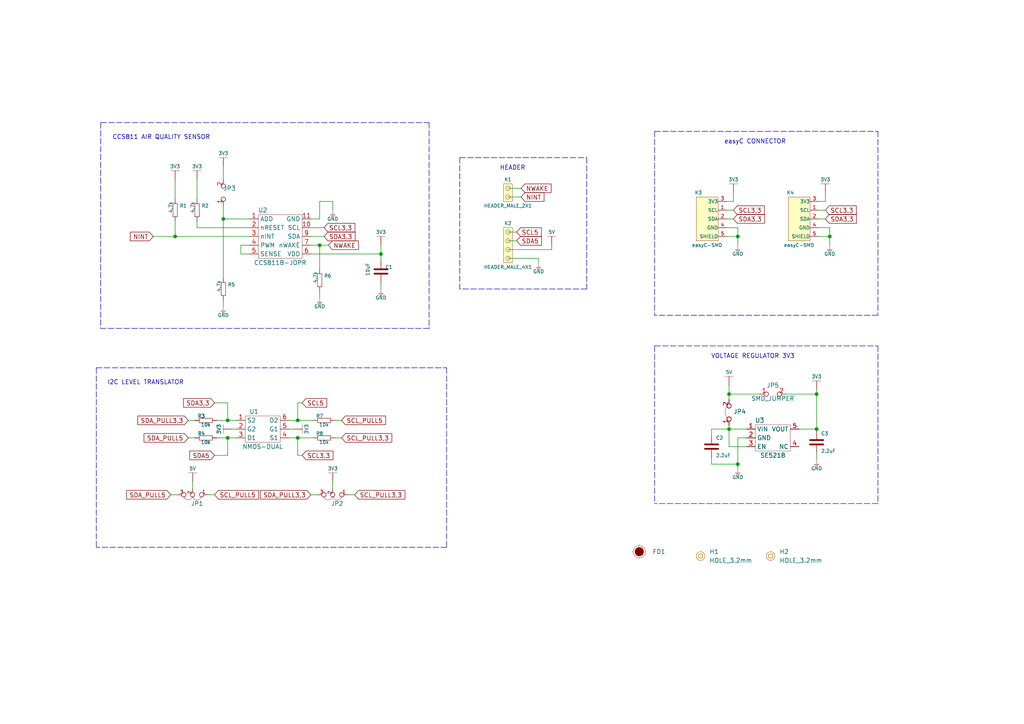
<source format=kicad_sch>
(kicad_sch (version 20210126) (generator eeschema)

  (paper "A4")

  (lib_symbols
    (symbol "e-radionica.com schematics:0603C" (pin_numbers hide) (pin_names (offset 0.002)) (in_bom yes) (on_board yes)
      (property "Reference" "C" (id 0) (at -0.635 3.175 0)
        (effects (font (size 1 1)))
      )
      (property "Value" "0603C" (id 1) (at 0 -3.175 0)
        (effects (font (size 1 1)))
      )
      (property "Footprint" "e-radionica.com footprinti:0603C" (id 2) (at 0 0 0)
        (effects (font (size 1 1)) hide)
      )
      (property "Datasheet" "" (id 3) (at 0 0 0)
        (effects (font (size 1 1)) hide)
      )
      (symbol "0603C_0_1"
        (polyline
          (pts
            (xy -0.635 1.905)
            (xy -0.635 -1.905)
          )
          (stroke (width 0.5)) (fill (type none))
        )
        (polyline
          (pts
            (xy 0.635 1.905)
            (xy 0.635 -1.905)
          )
          (stroke (width 0.5)) (fill (type none))
        )
      )
      (symbol "0603C_1_1"
        (pin passive line (at 3.175 0 180) (length 2.54)
          (name "~" (effects (font (size 1.27 1.27))))
          (number "2" (effects (font (size 1.27 1.27))))
        )
        (pin passive line (at -3.175 0 0) (length 2.54)
          (name "~" (effects (font (size 1.27 1.27))))
          (number "1" (effects (font (size 1.27 1.27))))
        )
      )
    )
    (symbol "e-radionica.com schematics:0603R" (pin_numbers hide) (pin_names (offset 0.254)) (in_bom yes) (on_board yes)
      (property "Reference" "R" (id 0) (at -1.905 1.905 0)
        (effects (font (size 1 1)))
      )
      (property "Value" "0603R" (id 1) (at 0 -1.905 0)
        (effects (font (size 1 1)))
      )
      (property "Footprint" "e-radionica.com footprinti:0603R" (id 2) (at -0.635 1.905 0)
        (effects (font (size 1 1)) hide)
      )
      (property "Datasheet" "" (id 3) (at -0.635 1.905 0)
        (effects (font (size 1 1)) hide)
      )
      (symbol "0603R_0_1"
        (rectangle (start -1.905 0.635) (end -1.8796 -0.635)
          (stroke (width 0.1)) (fill (type none))
        )
        (rectangle (start -1.905 0.635) (end 1.905 0.6096)
          (stroke (width 0.1)) (fill (type none))
        )
        (rectangle (start -1.905 -0.635) (end 1.905 -0.6604)
          (stroke (width 0.1)) (fill (type none))
        )
        (rectangle (start 1.905 0.635) (end 1.9304 -0.635)
          (stroke (width 0.1)) (fill (type none))
        )
      )
      (symbol "0603R_1_1"
        (pin passive line (at -3.175 0 0) (length 1.27)
          (name "~" (effects (font (size 1.27 1.27))))
          (number "1" (effects (font (size 1.27 1.27))))
        )
        (pin passive line (at 3.175 0 180) (length 1.27)
          (name "~" (effects (font (size 1.27 1.27))))
          (number "2" (effects (font (size 1.27 1.27))))
        )
      )
    )
    (symbol "e-radionica.com schematics:1206C" (pin_numbers hide) (in_bom yes) (on_board yes)
      (property "Reference" "C" (id 0) (at -0.635 3.175 0)
        (effects (font (size 1 1)))
      )
      (property "Value" "1206C" (id 1) (at 0 -3.175 0)
        (effects (font (size 1 1)))
      )
      (property "Footprint" "e-radionica.com footprinti:1206C" (id 2) (at 0 0 0)
        (effects (font (size 1 1)) hide)
      )
      (property "Datasheet" "" (id 3) (at 0 0 0)
        (effects (font (size 1 1)) hide)
      )
      (symbol "1206C_0_1"
        (polyline
          (pts
            (xy -0.635 1.905)
            (xy -0.635 -1.905)
          )
          (stroke (width 0.5)) (fill (type none))
        )
        (polyline
          (pts
            (xy 0.635 1.905)
            (xy 0.635 -1.905)
          )
          (stroke (width 0.5)) (fill (type none))
        )
      )
      (symbol "1206C_1_1"
        (pin passive line (at 3.175 0 180) (length 2.54)
          (name "~" (effects (font (size 1.27 1.27))))
          (number "2" (effects (font (size 1.27 1.27))))
        )
        (pin passive line (at -3.175 0 0) (length 2.54)
          (name "~" (effects (font (size 1.27 1.27))))
          (number "1" (effects (font (size 1.27 1.27))))
        )
      )
    )
    (symbol "e-radionica.com schematics:3V3" (power) (pin_names (offset 0)) (in_bom yes) (on_board yes)
      (property "Reference" "#PWR" (id 0) (at 4.445 0 0)
        (effects (font (size 1 1)) hide)
      )
      (property "Value" "3V3" (id 1) (at 0 3.556 0)
        (effects (font (size 1 1)))
      )
      (property "Footprint" "" (id 2) (at 4.445 3.81 0)
        (effects (font (size 1 1)) hide)
      )
      (property "Datasheet" "" (id 3) (at 4.445 3.81 0)
        (effects (font (size 1 1)) hide)
      )
      (property "ki_keywords" "power-flag" (id 4) (at 0 0 0)
        (effects (font (size 1.27 1.27)) hide)
      )
      (property "ki_description" "Power symbol creates a global label with name \"+3V3\"" (id 5) (at 0 0 0)
        (effects (font (size 1.27 1.27)) hide)
      )
      (symbol "3V3_0_1"
        (polyline
          (pts
            (xy 0 0)
            (xy 0 2.54)
          )
          (stroke (width 0)) (fill (type none))
        )
        (polyline
          (pts
            (xy -1.27 2.54)
            (xy 1.27 2.54)
          )
          (stroke (width 0.0006)) (fill (type none))
        )
      )
      (symbol "3V3_1_1"
        (pin power_in line (at 0 0 90) (length 0) hide
          (name "3V3" (effects (font (size 1.27 1.27))))
          (number "1" (effects (font (size 1.27 1.27))))
        )
      )
    )
    (symbol "e-radionica.com schematics:5V" (power) (pin_names (offset 0)) (in_bom yes) (on_board yes)
      (property "Reference" "#PWR" (id 0) (at 4.445 0 0)
        (effects (font (size 1 1)) hide)
      )
      (property "Value" "5V" (id 1) (at 0 3.556 0)
        (effects (font (size 1 1)))
      )
      (property "Footprint" "" (id 2) (at 4.445 3.81 0)
        (effects (font (size 1 1)) hide)
      )
      (property "Datasheet" "" (id 3) (at 4.445 3.81 0)
        (effects (font (size 1 1)) hide)
      )
      (property "ki_keywords" "power-flag" (id 4) (at 0 0 0)
        (effects (font (size 1.27 1.27)) hide)
      )
      (property "ki_description" "Power symbol creates a global label with name \"+3V3\"" (id 5) (at 0 0 0)
        (effects (font (size 1.27 1.27)) hide)
      )
      (symbol "5V_0_1"
        (polyline
          (pts
            (xy 0 0)
            (xy 0 2.54)
          )
          (stroke (width 0)) (fill (type none))
        )
        (polyline
          (pts
            (xy -1.27 2.54)
            (xy 1.27 2.54)
          )
          (stroke (width 0.0006)) (fill (type none))
        )
      )
      (symbol "5V_1_1"
        (pin power_in line (at 0 0 90) (length 0) hide
          (name "5V" (effects (font (size 1.27 1.27))))
          (number "1" (effects (font (size 1.27 1.27))))
        )
      )
    )
    (symbol "e-radionica.com schematics:CCS811B-JOPR" (in_bom yes) (on_board yes)
      (property "Reference" "U" (id 0) (at 0 7.62 0)
        (effects (font (size 1.27 1.27)))
      )
      (property "Value" "CCS811B-JOPR" (id 1) (at 0 -8.89 0)
        (effects (font (size 1.27 1.27)))
      )
      (property "Footprint" "e-radionica.com footprinti:CCS811" (id 2) (at -3.81 0 0)
        (effects (font (size 1.27 1.27)) hide)
      )
      (property "Datasheet" "" (id 3) (at -3.81 0 0)
        (effects (font (size 1.27 1.27)) hide)
      )
      (symbol "CCS811B-JOPR_0_1"
        (rectangle (start -6.35 6.35) (end 6.35 -6.35)
          (stroke (width 0.0006)) (fill (type none))
        )
      )
      (symbol "CCS811B-JOPR_1_1"
        (pin passive line (at -8.89 5.08 0) (length 2.54)
          (name "ADD" (effects (font (size 1.27 1.27))))
          (number "1" (effects (font (size 1.27 1.27))))
        )
        (pin passive line (at -8.89 2.54 0) (length 2.54)
          (name "nRESET" (effects (font (size 1.27 1.27))))
          (number "2" (effects (font (size 1.27 1.27))))
        )
        (pin passive line (at -8.89 0 0) (length 2.54)
          (name "nINT" (effects (font (size 1.27 1.27))))
          (number "3" (effects (font (size 1.27 1.27))))
        )
        (pin passive line (at -8.89 -2.54 0) (length 2.54)
          (name "PWM" (effects (font (size 1.27 1.27))))
          (number "4" (effects (font (size 1.27 1.27))))
        )
        (pin passive line (at -8.89 -5.08 0) (length 2.54)
          (name "SENSE" (effects (font (size 1.27 1.27))))
          (number "5" (effects (font (size 1.27 1.27))))
        )
        (pin passive line (at 8.89 -5.08 180) (length 2.54)
          (name "VDD" (effects (font (size 1.27 1.27))))
          (number "6" (effects (font (size 1.27 1.27))))
        )
        (pin passive line (at 8.89 -2.54 180) (length 2.54)
          (name "nWAKE" (effects (font (size 1.27 1.27))))
          (number "7" (effects (font (size 1.27 1.27))))
        )
        (pin passive line (at 8.89 5.08 180) (length 2.54)
          (name "GND" (effects (font (size 1.27 1.27))))
          (number "11" (effects (font (size 1.27 1.27))))
        )
        (pin passive line (at 8.89 0 180) (length 2.54)
          (name "SDA" (effects (font (size 1.27 1.27))))
          (number "9" (effects (font (size 1.27 1.27))))
        )
        (pin passive line (at 8.89 2.54 180) (length 2.54)
          (name "SCL" (effects (font (size 1.27 1.27))))
          (number "10" (effects (font (size 1.27 1.27))))
        )
      )
    )
    (symbol "e-radionica.com schematics:Fiducial_Stencil" (pin_numbers hide) (pin_names hide) (in_bom yes) (on_board yes)
      (property "Reference" "FD?" (id 0) (at 0 3.048 0)
        (effects (font (size 1.27 1.27)))
      )
      (property "Value" "Fiducial_Stencil" (id 1) (at 0 -2.794 0)
        (effects (font (size 1.27 1.27)) hide)
      )
      (property "Footprint" "e-radionica.com footprinti:FIDUCIAL_1MM_PASTE" (id 2) (at 0 -6.35 0)
        (effects (font (size 1.27 1.27)) hide)
      )
      (property "Datasheet" "" (id 3) (at 0 0 0)
        (effects (font (size 1.27 1.27)) hide)
      )
      (symbol "Fiducial_Stencil_0_1"
        (circle (center 0 0) (radius 1.7961) (stroke (width 0.0006)) (fill (type none)))
        (circle (center 0 0) (radius 1.27) (stroke (width 0.001)) (fill (type outline)))
        (polyline
          (pts
            (xy 1.778 0)
            (xy 2.032 0)
          )
          (stroke (width 0.0006)) (fill (type none))
        )
        (polyline
          (pts
            (xy 0 1.778)
            (xy 0 2.032)
          )
          (stroke (width 0.0006)) (fill (type none))
        )
        (polyline
          (pts
            (xy -1.778 0)
            (xy -2.032 0)
          )
          (stroke (width 0.0006)) (fill (type none))
        )
        (polyline
          (pts
            (xy 0 -1.778)
            (xy 0 -2.032)
          )
          (stroke (width 0.0006)) (fill (type none))
        )
      )
    )
    (symbol "e-radionica.com schematics:GND" (power) (pin_names (offset 0)) (in_bom yes) (on_board yes)
      (property "Reference" "#PWR" (id 0) (at 4.445 0 0)
        (effects (font (size 1 1)) hide)
      )
      (property "Value" "GND" (id 1) (at 0 -2.921 0)
        (effects (font (size 1 1)))
      )
      (property "Footprint" "" (id 2) (at 4.445 3.81 0)
        (effects (font (size 1 1)) hide)
      )
      (property "Datasheet" "" (id 3) (at 4.445 3.81 0)
        (effects (font (size 1 1)) hide)
      )
      (property "ki_keywords" "power-flag" (id 4) (at 0 0 0)
        (effects (font (size 1.27 1.27)) hide)
      )
      (property "ki_description" "Power symbol creates a global label with name \"+3V3\"" (id 5) (at 0 0 0)
        (effects (font (size 1.27 1.27)) hide)
      )
      (symbol "GND_0_1"
        (polyline
          (pts
            (xy 0 0)
            (xy 0 -1.27)
          )
          (stroke (width 0.0006)) (fill (type none))
        )
        (polyline
          (pts
            (xy -0.762 -1.27)
            (xy 0.762 -1.27)
          )
          (stroke (width 0.0006)) (fill (type none))
        )
        (polyline
          (pts
            (xy -0.381 -1.778)
            (xy 0.381 -1.778)
          )
          (stroke (width 0.0006)) (fill (type none))
        )
        (polyline
          (pts
            (xy -0.127 -2.032)
            (xy 0.127 -2.032)
          )
          (stroke (width 0.0006)) (fill (type none))
        )
        (polyline
          (pts
            (xy -0.635 -1.524)
            (xy 0.635 -1.524)
          )
          (stroke (width 0.0006)) (fill (type none))
        )
      )
      (symbol "GND_1_1"
        (pin power_in line (at 0 0 270) (length 0) hide
          (name "GND" (effects (font (size 1.27 1.27))))
          (number "1" (effects (font (size 1.27 1.27))))
        )
      )
    )
    (symbol "e-radionica.com schematics:HEADER_MALE_2X1" (pin_numbers hide) (pin_names hide) (in_bom yes) (on_board yes)
      (property "Reference" "K" (id 0) (at -1.27 5.08 0)
        (effects (font (size 1 1)))
      )
      (property "Value" "HEADER_MALE_2X1" (id 1) (at 0 -2.54 0)
        (effects (font (size 1 1)))
      )
      (property "Footprint" "e-radionica.com footprinti:HEADER_MALE_2X1" (id 2) (at 0 0 0)
        (effects (font (size 1 1)) hide)
      )
      (property "Datasheet" "" (id 3) (at 0 0 0)
        (effects (font (size 1 1)) hide)
      )
      (symbol "HEADER_MALE_2X1_0_1"
        (circle (center 0 2.54) (radius 0.635) (stroke (width 0.0006)) (fill (type none)))
        (circle (center 0 0) (radius 0.635) (stroke (width 0.0006)) (fill (type none)))
        (rectangle (start 1.27 -1.27) (end -1.27 3.81)
          (stroke (width 0.001)) (fill (type background))
        )
      )
      (symbol "HEADER_MALE_2X1_1_1"
        (pin passive line (at 0 0 180) (length 0)
          (name "~" (effects (font (size 1 1))))
          (number "1" (effects (font (size 1 1))))
        )
        (pin passive line (at 0 2.54 180) (length 0)
          (name "~" (effects (font (size 1 1))))
          (number "2" (effects (font (size 1 1))))
        )
      )
    )
    (symbol "e-radionica.com schematics:HEADER_MALE_4X1" (pin_numbers hide) (pin_names hide) (in_bom yes) (on_board yes)
      (property "Reference" "K" (id 0) (at -0.635 7.62 0)
        (effects (font (size 1 1)))
      )
      (property "Value" "HEADER_MALE_4X1" (id 1) (at 0 -5.08 0)
        (effects (font (size 1 1)))
      )
      (property "Footprint" "e-radionica.com footprinti:HEADER_MALE_4X1" (id 2) (at 0 -2.54 0)
        (effects (font (size 1 1)) hide)
      )
      (property "Datasheet" "" (id 3) (at 0 -2.54 0)
        (effects (font (size 1 1)) hide)
      )
      (symbol "HEADER_MALE_4X1_0_1"
        (circle (center 0 -2.54) (radius 0.635) (stroke (width 0.0006)) (fill (type none)))
        (circle (center 0 0) (radius 0.635) (stroke (width 0.0006)) (fill (type none)))
        (circle (center 0 2.54) (radius 0.635) (stroke (width 0.0006)) (fill (type none)))
        (circle (center 0 5.08) (radius 0.635) (stroke (width 0.0006)) (fill (type none)))
        (rectangle (start 1.27 -3.81) (end -1.27 6.35)
          (stroke (width 0.001)) (fill (type background))
        )
      )
      (symbol "HEADER_MALE_4X1_1_1"
        (pin passive line (at 0 -2.54 180) (length 0)
          (name "~" (effects (font (size 1 1))))
          (number "1" (effects (font (size 1 1))))
        )
        (pin passive line (at 0 0 180) (length 0)
          (name "~" (effects (font (size 1 1))))
          (number "2" (effects (font (size 1 1))))
        )
        (pin passive line (at 0 2.54 180) (length 0)
          (name "~" (effects (font (size 1 1))))
          (number "3" (effects (font (size 1 1))))
        )
        (pin passive line (at 0 5.08 180) (length 0)
          (name "~" (effects (font (size 1 1))))
          (number "4" (effects (font (size 1 1))))
        )
      )
    )
    (symbol "e-radionica.com schematics:HOLE_3.2mm" (pin_numbers hide) (pin_names hide) (in_bom yes) (on_board yes)
      (property "Reference" "H" (id 0) (at 0 2.54 0)
        (effects (font (size 1.27 1.27)))
      )
      (property "Value" "HOLE_3.2mm" (id 1) (at 0 -2.54 0)
        (effects (font (size 1.27 1.27)))
      )
      (property "Footprint" "e-radionica.com footprinti:HOLE_3.2mm" (id 2) (at 0 0 0)
        (effects (font (size 1.27 1.27)) hide)
      )
      (property "Datasheet" "" (id 3) (at 0 0 0)
        (effects (font (size 1.27 1.27)) hide)
      )
      (symbol "HOLE_3.2mm_0_1"
        (circle (center 0 0) (radius 1.27) (stroke (width 0.001)) (fill (type background)))
        (circle (center 0 0) (radius 0.635) (stroke (width 0.0006)) (fill (type none)))
      )
    )
    (symbol "e-radionica.com schematics:NMOS-DUAL" (in_bom yes) (on_board yes)
      (property "Reference" "U" (id 0) (at -3.81 5.08 0)
        (effects (font (size 1.27 1.27)))
      )
      (property "Value" "NMOS-DUAL" (id 1) (at 0 -5.08 0)
        (effects (font (size 1.27 1.27)))
      )
      (property "Footprint" "e-radionica.com footprinti:SOT-363" (id 2) (at 0 -7.62 0)
        (effects (font (size 1.27 1.27)) hide)
      )
      (property "Datasheet" "" (id 3) (at 0 -2.54 0)
        (effects (font (size 1.27 1.27)) hide)
      )
      (symbol "NMOS-DUAL_0_1"
        (rectangle (start -5.08 3.81) (end 5.08 -3.81)
          (stroke (width 0.0006)) (fill (type none))
        )
      )
      (symbol "NMOS-DUAL_1_1"
        (pin input line (at -7.62 2.54 0) (length 2.54)
          (name "S2" (effects (font (size 1.27 1.27))))
          (number "1" (effects (font (size 1.27 1.27))))
        )
        (pin input line (at -7.62 0 0) (length 2.54)
          (name "G2" (effects (font (size 1.27 1.27))))
          (number "2" (effects (font (size 1.27 1.27))))
        )
        (pin input line (at -7.62 -2.54 0) (length 2.54)
          (name "D1" (effects (font (size 1.27 1.27))))
          (number "3" (effects (font (size 1.27 1.27))))
        )
        (pin input line (at 7.62 -2.54 180) (length 2.54)
          (name "S1" (effects (font (size 1.27 1.27))))
          (number "4" (effects (font (size 1.27 1.27))))
        )
        (pin input line (at 7.62 0 180) (length 2.54)
          (name "G1" (effects (font (size 1.27 1.27))))
          (number "5" (effects (font (size 1.27 1.27))))
        )
        (pin input line (at 7.62 2.54 180) (length 2.54)
          (name "D2" (effects (font (size 1.27 1.27))))
          (number "6" (effects (font (size 1.27 1.27))))
        )
      )
    )
    (symbol "e-radionica.com schematics:SE5218" (in_bom yes) (on_board yes)
      (property "Reference" "U" (id 0) (at -3.81 5.08 0)
        (effects (font (size 1.27 1.27)))
      )
      (property "Value" "SE5218" (id 1) (at 0 -5.08 0)
        (effects (font (size 1.27 1.27)))
      )
      (property "Footprint" "e-radionica.com footprinti:SOT-23-5" (id 2) (at 0 0 0)
        (effects (font (size 1.27 1.27)) hide)
      )
      (property "Datasheet" "" (id 3) (at 0 0 0)
        (effects (font (size 1.27 1.27)) hide)
      )
      (symbol "SE5218_0_1"
        (rectangle (start -5.08 3.81) (end 5.08 -3.81)
          (stroke (width 0.0006)) (fill (type none))
        )
      )
      (symbol "SE5218_1_1"
        (pin power_in line (at -7.62 2.54 0) (length 2.54)
          (name "VIN" (effects (font (size 1.27 1.27))))
          (number "1" (effects (font (size 1.27 1.27))))
        )
        (pin power_in line (at -7.62 0 0) (length 2.54)
          (name "GND" (effects (font (size 1.27 1.27))))
          (number "2" (effects (font (size 1.27 1.27))))
        )
        (pin input line (at -7.62 -2.54 0) (length 2.54)
          (name "EN" (effects (font (size 1.27 1.27))))
          (number "3" (effects (font (size 1.27 1.27))))
        )
        (pin passive line (at 7.62 -2.54 180) (length 2.54)
          (name "NC" (effects (font (size 1.27 1.27))))
          (number "4" (effects (font (size 1.27 1.27))))
        )
        (pin power_out line (at 7.62 2.54 180) (length 2.54)
          (name "VOUT" (effects (font (size 1.27 1.27))))
          (number "5" (effects (font (size 1.27 1.27))))
        )
      )
    )
    (symbol "e-radionica.com schematics:SMD-JUMPER-CONNECTED_TRACE_NOSLODERMASK" (in_bom yes) (on_board yes)
      (property "Reference" "JP" (id 0) (at 0 3.556 0)
        (effects (font (size 1.27 1.27)))
      )
      (property "Value" "SMD-JUMPER-CONNECTED_TRACE_NOSLODERMASK" (id 1) (at 0 -2.54 0)
        (effects (font (size 1.27 1.27)))
      )
      (property "Footprint" "e-radionica.com footprinti:SMD-JUMPER-CONNECTED_TRACE_NOSLODERMASK" (id 2) (at 0 0 0)
        (effects (font (size 1.27 1.27)) hide)
      )
      (property "Datasheet" "" (id 3) (at 0 0 0)
        (effects (font (size 1.27 1.27)) hide)
      )
      (symbol "SMD-JUMPER-CONNECTED_TRACE_NOSLODERMASK_0_1"
        (arc (start -1.8034 0.5588) (end 1.397 0.5842) (radius (at -0.1875 -1.4124) (length 2.5489) (angles 129.3 51.6))
          (stroke (width 0.0006)) (fill (type none))
        )
      )
      (symbol "SMD-JUMPER-CONNECTED_TRACE_NOSLODERMASK_1_1"
        (pin passive inverted (at -4.064 0 0) (length 2.54)
          (name "" (effects (font (size 1.27 1.27))))
          (number "1" (effects (font (size 1.27 1.27))))
        )
        (pin passive inverted (at 3.556 0 180) (length 2.54)
          (name "" (effects (font (size 1.27 1.27))))
          (number "2" (effects (font (size 1.27 1.27))))
        )
      )
    )
    (symbol "e-radionica.com schematics:SMD_JUMPER" (in_bom yes) (on_board yes)
      (property "Reference" "JP" (id 0) (at 0 1.397 0)
        (effects (font (size 1.27 1.27)))
      )
      (property "Value" "SMD_JUMPER" (id 1) (at 0.508 -3.048 0)
        (effects (font (size 1.27 1.27)))
      )
      (property "Footprint" "e-radionica.com footprinti:SMD_JUMPER" (id 2) (at 0 0 0)
        (effects (font (size 1.27 1.27)) hide)
      )
      (property "Datasheet" "" (id 3) (at 0 0 0)
        (effects (font (size 1.27 1.27)) hide)
      )
      (symbol "SMD_JUMPER_1_1"
        (pin passive inverted (at -3.81 0 0) (length 2.54)
          (name "" (effects (font (size 1.27 1.27))))
          (number "1" (effects (font (size 1.27 1.27))))
        )
        (pin passive inverted (at 3.81 0 180) (length 2.54)
          (name "" (effects (font (size 1.27 1.27))))
          (number "2" (effects (font (size 1.27 1.27))))
        )
      )
    )
    (symbol "e-radionica.com schematics:SMD_JUMPER_3_PAD_TRACE" (in_bom yes) (on_board yes)
      (property "Reference" "JP" (id 0) (at 0.0254 5.461 0)
        (effects (font (size 1.27 1.27)))
      )
      (property "Value" "SMD_JUMPER_3_PAD_TRACE" (id 1) (at 0.3048 -4.572 0)
        (effects (font (size 1.27 1.27)))
      )
      (property "Footprint" "e-radionica.com footprinti:SMD_JUMPER_3_PAD_TRACE" (id 2) (at 0 -1.27 0)
        (effects (font (size 1.27 1.27)) hide)
      )
      (property "Datasheet" "" (id 3) (at 0 0 0)
        (effects (font (size 1.27 1.27)) hide)
      )
      (symbol "SMD_JUMPER_3_PAD_TRACE_0_1"
        (arc (start -2.6162 0.6096) (end 0 0.5842) (radius (at -1.3133 0.057) (length 1.4152) (angles 157 21.9))
          (stroke (width 0.0006)) (fill (type none))
        )
        (arc (start 0 0.6096) (end 2.5908 0.6604) (radius (at 1.308 -0.0085) (length 1.4467) (angles 154.7 27.5))
          (stroke (width 0.0006)) (fill (type none))
        )
      )
      (symbol "SMD_JUMPER_3_PAD_TRACE_1_1"
        (pin passive inverted (at -4.5212 -0.0254 0) (length 2.54)
          (name "" (effects (font (size 1 1))))
          (number "1" (effects (font (size 1 1))))
        )
        (pin passive inverted (at 0.0254 -1.9304 90) (length 2.54)
          (name "" (effects (font (size 1 1))))
          (number "2" (effects (font (size 1 1))))
        )
        (pin passive inverted (at 4.4704 0 180) (length 2.54)
          (name "" (effects (font (size 1 1))))
          (number "3" (effects (font (size 1 1))))
        )
      )
    )
    (symbol "e-radionica.com schematics:easyC-SMD" (pin_names (offset 0.002)) (in_bom yes) (on_board yes)
      (property "Reference" "K" (id 0) (at -2.54 10.16 0)
        (effects (font (size 1 1)))
      )
      (property "Value" "easyC-SMD" (id 1) (at 0 -5.08 0)
        (effects (font (size 1 1)))
      )
      (property "Footprint" "e-radionica.com footprinti:easyC-connector" (id 2) (at 3.175 2.54 0)
        (effects (font (size 1 1)) hide)
      )
      (property "Datasheet" "" (id 3) (at 3.175 2.54 0)
        (effects (font (size 1 1)) hide)
      )
      (symbol "easyC-SMD_0_1"
        (rectangle (start -3.175 8.89) (end 3.175 -3.81)
          (stroke (width 0.001)) (fill (type background))
        )
      )
      (symbol "easyC-SMD_1_1"
        (pin passive line (at 5.715 5.08 180) (length 2.54)
          (name "SCL" (effects (font (size 1 1))))
          (number "1" (effects (font (size 1 1))))
        )
        (pin passive line (at 5.715 2.54 180) (length 2.54)
          (name "SDA" (effects (font (size 1 1))))
          (number "2" (effects (font (size 1 1))))
        )
        (pin passive line (at 5.715 7.62 180) (length 2.54)
          (name "3V3" (effects (font (size 1 1))))
          (number "3" (effects (font (size 1 1))))
        )
        (pin passive line (at 5.715 0 180) (length 2.54)
          (name "GND" (effects (font (size 1 1))))
          (number "4" (effects (font (size 1 1))))
        )
        (pin passive line (at 5.715 -2.54 180) (length 2.54)
          (name "SHIELD" (effects (font (size 1 1))))
          (number "5" (effects (font (size 1 1))))
        )
      )
    )
  )

  (junction (at 50.8 68.58) (diameter 0.9144) (color 0 0 0 0))
  (junction (at 64.77 63.5) (diameter 0.9144) (color 0 0 0 0))
  (junction (at 66.04 121.92) (diameter 0.9144) (color 0 0 0 0))
  (junction (at 66.04 127) (diameter 0.9144) (color 0 0 0 0))
  (junction (at 86.36 121.92) (diameter 0.9144) (color 0 0 0 0))
  (junction (at 86.36 127) (diameter 0.9144) (color 0 0 0 0))
  (junction (at 92.71 71.12) (diameter 0.9144) (color 0 0 0 0))
  (junction (at 110.49 73.66) (diameter 0.9144) (color 0 0 0 0))
  (junction (at 211.455 114.3) (diameter 0.9144) (color 0 0 0 0))
  (junction (at 211.455 124.46) (diameter 0.9144) (color 0 0 0 0))
  (junction (at 213.995 68.58) (diameter 0.9144) (color 0 0 0 0))
  (junction (at 213.995 134.62) (diameter 0.9144) (color 0 0 0 0))
  (junction (at 236.855 114.3) (diameter 0.9144) (color 0 0 0 0))
  (junction (at 236.855 124.46) (diameter 0.9144) (color 0 0 0 0))
  (junction (at 240.665 68.58) (diameter 0.9144) (color 0 0 0 0))

  (wire (pts (xy 44.45 68.58) (xy 50.8 68.58))
    (stroke (width 0) (type solid) (color 0 0 0 0))
    (uuid 5593580d-aba3-4c45-a8eb-06602d43198a)
  )
  (wire (pts (xy 49.53 143.51) (xy 51.4096 143.51))
    (stroke (width 0) (type solid) (color 0 0 0 0))
    (uuid 33962cc3-4110-47fc-a2c5-691c2ab582e5)
  )
  (wire (pts (xy 50.8 52.07) (xy 50.8 57.785))
    (stroke (width 0) (type solid) (color 0 0 0 0))
    (uuid bd210bca-0c06-456b-89e7-b507557d7f51)
  )
  (wire (pts (xy 50.8 64.135) (xy 50.8 68.58))
    (stroke (width 0) (type solid) (color 0 0 0 0))
    (uuid 47ca3fad-f964-43de-a80f-51798471e9a9)
  )
  (wire (pts (xy 50.8 68.58) (xy 72.39 68.58))
    (stroke (width 0) (type solid) (color 0 0 0 0))
    (uuid 5593580d-aba3-4c45-a8eb-06602d43198a)
  )
  (wire (pts (xy 54.61 121.92) (xy 56.515 121.92))
    (stroke (width 0) (type solid) (color 0 0 0 0))
    (uuid f017f681-508e-48ce-97f9-fb0c2788c1af)
  )
  (wire (pts (xy 54.61 127) (xy 56.515 127))
    (stroke (width 0) (type solid) (color 0 0 0 0))
    (uuid 2e4c1b3b-d96e-4420-b472-1432973ddb4a)
  )
  (wire (pts (xy 55.8546 139.7) (xy 55.88 139.7))
    (stroke (width 0) (type solid) (color 0 0 0 0))
    (uuid 878b5e43-98b6-4342-8323-988293805c2b)
  )
  (wire (pts (xy 55.8546 141.5796) (xy 55.8546 139.7))
    (stroke (width 0) (type solid) (color 0 0 0 0))
    (uuid bf543eee-c2f5-4b82-9678-00d6f9f767fa)
  )
  (wire (pts (xy 57.15 52.07) (xy 57.15 57.785))
    (stroke (width 0) (type solid) (color 0 0 0 0))
    (uuid b4829d4a-6363-4378-88b3-5cfc2262c75e)
  )
  (wire (pts (xy 57.15 66.04) (xy 57.15 64.135))
    (stroke (width 0) (type solid) (color 0 0 0 0))
    (uuid 7b27afa8-7415-4573-9fcf-fdd222a806c1)
  )
  (wire (pts (xy 60.4012 143.4846) (xy 62.23 143.4846))
    (stroke (width 0) (type solid) (color 0 0 0 0))
    (uuid 71503acd-7e20-4a1e-b1d9-70f768aa56ab)
  )
  (wire (pts (xy 62.23 116.84) (xy 66.04 116.84))
    (stroke (width 0) (type solid) (color 0 0 0 0))
    (uuid 4268b91a-0d21-4a70-887e-68ec6288dab2)
  )
  (wire (pts (xy 62.23 132.08) (xy 66.04 132.08))
    (stroke (width 0) (type solid) (color 0 0 0 0))
    (uuid f7ac0671-400c-4e5a-bfec-5e1cbe9180da)
  )
  (wire (pts (xy 62.23 143.4846) (xy 62.23 143.51))
    (stroke (width 0) (type solid) (color 0 0 0 0))
    (uuid 3e5ef674-df72-4e7b-b301-061e1f19ea15)
  )
  (wire (pts (xy 62.865 121.92) (xy 66.04 121.92))
    (stroke (width 0) (type solid) (color 0 0 0 0))
    (uuid 518873ee-4e24-4fdd-8eaf-f99cf9534ad9)
  )
  (wire (pts (xy 62.865 127) (xy 66.04 127))
    (stroke (width 0) (type solid) (color 0 0 0 0))
    (uuid a327984d-493c-4583-80e8-7f02edf41711)
  )
  (wire (pts (xy 64.77 48.26) (xy 64.77 52.07))
    (stroke (width 0) (type solid) (color 0 0 0 0))
    (uuid 17ee9c65-1b86-4891-afb6-24fcb5c1ad6c)
  )
  (wire (pts (xy 64.77 59.69) (xy 64.77 63.5))
    (stroke (width 0) (type solid) (color 0 0 0 0))
    (uuid e3718fa7-0b46-4877-86ff-6a1b83a40f91)
  )
  (wire (pts (xy 64.77 63.5) (xy 64.77 80.645))
    (stroke (width 0) (type solid) (color 0 0 0 0))
    (uuid 8f6109d4-da66-4ecf-9596-1bb3c808e8c0)
  )
  (wire (pts (xy 64.77 86.995) (xy 64.77 88.9))
    (stroke (width 0) (type solid) (color 0 0 0 0))
    (uuid b0341a29-ab57-4185-b800-0c1df3652265)
  )
  (wire (pts (xy 66.04 116.84) (xy 66.04 121.92))
    (stroke (width 0) (type solid) (color 0 0 0 0))
    (uuid 1cba552b-1cc0-4124-a6c4-286224ab55c4)
  )
  (wire (pts (xy 66.04 121.92) (xy 68.58 121.92))
    (stroke (width 0) (type solid) (color 0 0 0 0))
    (uuid 1bd8acc3-6d4a-4554-a1bf-e4a4ceb7d9be)
  )
  (wire (pts (xy 66.04 127) (xy 68.58 127))
    (stroke (width 0) (type solid) (color 0 0 0 0))
    (uuid 15e54ddb-c20f-4996-99a3-23772fffffdf)
  )
  (wire (pts (xy 66.04 132.08) (xy 66.04 127))
    (stroke (width 0) (type solid) (color 0 0 0 0))
    (uuid aef2f9d7-55b4-4102-a214-36af25efad0b)
  )
  (wire (pts (xy 67.31 124.46) (xy 68.58 124.46))
    (stroke (width 0) (type solid) (color 0 0 0 0))
    (uuid dc661e7b-ba40-4fe5-aa75-243fbb87fb4b)
  )
  (wire (pts (xy 69.85 71.12) (xy 69.85 73.66))
    (stroke (width 0) (type solid) (color 0 0 0 0))
    (uuid 7dddf613-c604-47e3-b614-efba94cdfe6d)
  )
  (wire (pts (xy 69.85 73.66) (xy 72.39 73.66))
    (stroke (width 0) (type solid) (color 0 0 0 0))
    (uuid 7dddf613-c604-47e3-b614-efba94cdfe6d)
  )
  (wire (pts (xy 72.39 63.5) (xy 64.77 63.5))
    (stroke (width 0) (type solid) (color 0 0 0 0))
    (uuid 8f6109d4-da66-4ecf-9596-1bb3c808e8c0)
  )
  (wire (pts (xy 72.39 66.04) (xy 57.15 66.04))
    (stroke (width 0) (type solid) (color 0 0 0 0))
    (uuid 7b27afa8-7415-4573-9fcf-fdd222a806c1)
  )
  (wire (pts (xy 72.39 71.12) (xy 69.85 71.12))
    (stroke (width 0) (type solid) (color 0 0 0 0))
    (uuid 7dddf613-c604-47e3-b614-efba94cdfe6d)
  )
  (wire (pts (xy 83.82 121.92) (xy 86.36 121.92))
    (stroke (width 0) (type solid) (color 0 0 0 0))
    (uuid 47bc8360-2933-4065-bae8-89fa3531b5f7)
  )
  (wire (pts (xy 83.82 124.46) (xy 85.09 124.46))
    (stroke (width 0) (type solid) (color 0 0 0 0))
    (uuid 4e827479-b239-42bb-8be3-a6edf7326a35)
  )
  (wire (pts (xy 83.82 127) (xy 86.36 127))
    (stroke (width 0) (type solid) (color 0 0 0 0))
    (uuid 46966fbd-8103-41d9-9566-cb3796e85854)
  )
  (wire (pts (xy 86.36 116.84) (xy 86.36 121.92))
    (stroke (width 0) (type solid) (color 0 0 0 0))
    (uuid 5e9645a5-c72d-44d7-b3d4-544c7234801c)
  )
  (wire (pts (xy 86.36 121.92) (xy 90.805 121.92))
    (stroke (width 0) (type solid) (color 0 0 0 0))
    (uuid 5adc3e86-29c9-4adb-ad1f-54697138c5d5)
  )
  (wire (pts (xy 86.36 127) (xy 90.805 127))
    (stroke (width 0) (type solid) (color 0 0 0 0))
    (uuid 38068267-c307-43b1-af28-21153c63a513)
  )
  (wire (pts (xy 86.36 132.08) (xy 86.36 127))
    (stroke (width 0) (type solid) (color 0 0 0 0))
    (uuid d96346ff-b7c1-450f-b18a-180f9c987755)
  )
  (wire (pts (xy 87.63 116.84) (xy 86.36 116.84))
    (stroke (width 0) (type solid) (color 0 0 0 0))
    (uuid 17914368-328c-4dc1-a8d7-9a76845fe870)
  )
  (wire (pts (xy 87.63 132.08) (xy 86.36 132.08))
    (stroke (width 0) (type solid) (color 0 0 0 0))
    (uuid 789e927f-54d0-40de-9301-0d81e93c3d3f)
  )
  (wire (pts (xy 90.17 63.5) (xy 92.71 63.5))
    (stroke (width 0) (type solid) (color 0 0 0 0))
    (uuid 83b294a2-9876-4d33-aa5b-f8b5f401c73b)
  )
  (wire (pts (xy 90.17 66.04) (xy 93.98 66.04))
    (stroke (width 0) (type solid) (color 0 0 0 0))
    (uuid 632195c0-65b8-4f10-8d28-f682c04d52ef)
  )
  (wire (pts (xy 90.17 68.58) (xy 93.98 68.58))
    (stroke (width 0) (type solid) (color 0 0 0 0))
    (uuid 02b9d5b2-2b8e-4fa6-9827-18f1426ff936)
  )
  (wire (pts (xy 90.17 71.12) (xy 92.71 71.12))
    (stroke (width 0) (type solid) (color 0 0 0 0))
    (uuid c3b84f6a-fe6d-495a-93aa-dbbb6784325f)
  )
  (wire (pts (xy 90.17 73.66) (xy 110.49 73.66))
    (stroke (width 0) (type solid) (color 0 0 0 0))
    (uuid 8819bf61-61fc-4399-867a-3528148ab99e)
  )
  (wire (pts (xy 90.17 143.51) (xy 92.0496 143.51))
    (stroke (width 0) (type solid) (color 0 0 0 0))
    (uuid 98ca41d4-a665-4fd8-bfb1-1fa0907231fb)
  )
  (wire (pts (xy 92.71 58.42) (xy 96.52 58.42))
    (stroke (width 0) (type solid) (color 0 0 0 0))
    (uuid 83b294a2-9876-4d33-aa5b-f8b5f401c73b)
  )
  (wire (pts (xy 92.71 63.5) (xy 92.71 58.42))
    (stroke (width 0) (type solid) (color 0 0 0 0))
    (uuid 83b294a2-9876-4d33-aa5b-f8b5f401c73b)
  )
  (wire (pts (xy 92.71 71.12) (xy 92.71 78.105))
    (stroke (width 0) (type solid) (color 0 0 0 0))
    (uuid 9889a00e-be5c-4617-9087-c6b3e2d5b015)
  )
  (wire (pts (xy 92.71 71.12) (xy 95.25 71.12))
    (stroke (width 0) (type solid) (color 0 0 0 0))
    (uuid e8018e23-7a62-41ed-a174-19361db83264)
  )
  (wire (pts (xy 92.71 84.455) (xy 92.71 86.36))
    (stroke (width 0) (type solid) (color 0 0 0 0))
    (uuid bbab00b1-d68b-476c-a5b0-b91e01cbaaf3)
  )
  (wire (pts (xy 96.4946 139.7) (xy 96.52 139.7))
    (stroke (width 0) (type solid) (color 0 0 0 0))
    (uuid 4cef55c4-cf4b-464c-a2e8-9afbf989d5da)
  )
  (wire (pts (xy 96.4946 141.5796) (xy 96.4946 139.7))
    (stroke (width 0) (type solid) (color 0 0 0 0))
    (uuid fea066ba-b518-4d84-8572-4a11443f4009)
  )
  (wire (pts (xy 96.52 58.42) (xy 96.52 60.96))
    (stroke (width 0) (type solid) (color 0 0 0 0))
    (uuid 83b294a2-9876-4d33-aa5b-f8b5f401c73b)
  )
  (wire (pts (xy 97.155 121.92) (xy 99.06 121.92))
    (stroke (width 0) (type solid) (color 0 0 0 0))
    (uuid 66e31104-f2e7-4da5-b909-3a04e5ab178f)
  )
  (wire (pts (xy 97.155 127) (xy 99.06 127))
    (stroke (width 0) (type solid) (color 0 0 0 0))
    (uuid 0289a946-52ef-4d0e-ac25-58ca58adb822)
  )
  (wire (pts (xy 101.0412 143.4846) (xy 101.0412 143.51))
    (stroke (width 0) (type solid) (color 0 0 0 0))
    (uuid 0d676a46-e62a-472e-a66e-15215e30a527)
  )
  (wire (pts (xy 101.0412 143.51) (xy 102.87 143.51))
    (stroke (width 0) (type solid) (color 0 0 0 0))
    (uuid 6bdb0fb8-136a-4c8e-be54-e731c03d0319)
  )
  (wire (pts (xy 110.49 73.66) (xy 110.49 71.12))
    (stroke (width 0) (type solid) (color 0 0 0 0))
    (uuid 8819bf61-61fc-4399-867a-3528148ab99e)
  )
  (wire (pts (xy 110.49 73.66) (xy 110.49 75.565))
    (stroke (width 0) (type solid) (color 0 0 0 0))
    (uuid 9748add5-f27b-416f-9d4b-7fad9a1f66cf)
  )
  (wire (pts (xy 110.49 81.915) (xy 110.49 83.82))
    (stroke (width 0) (type solid) (color 0 0 0 0))
    (uuid 11e6f372-04e8-4927-a248-c8e422ad6cc0)
  )
  (wire (pts (xy 147.32 54.61) (xy 151.13 54.61))
    (stroke (width 0) (type solid) (color 0 0 0 0))
    (uuid 930621d5-2715-470a-b6f8-f11b7776daec)
  )
  (wire (pts (xy 147.32 57.15) (xy 151.13 57.15))
    (stroke (width 0) (type solid) (color 0 0 0 0))
    (uuid 0726d2de-d032-460d-9fe6-53c00177cd26)
  )
  (wire (pts (xy 147.32 67.31) (xy 149.86 67.31))
    (stroke (width 0) (type solid) (color 0 0 0 0))
    (uuid ae626069-d939-4549-9a02-332cf380c5a8)
  )
  (wire (pts (xy 147.32 69.85) (xy 149.86 69.85))
    (stroke (width 0) (type solid) (color 0 0 0 0))
    (uuid 8b89613b-3a6b-447c-aff8-8ad1c0936590)
  )
  (wire (pts (xy 147.32 72.39) (xy 160.02 72.39))
    (stroke (width 0) (type solid) (color 0 0 0 0))
    (uuid 803f970e-4bcc-475b-8423-0e253b0b85db)
  )
  (wire (pts (xy 147.32 74.93) (xy 156.21 74.93))
    (stroke (width 0) (type solid) (color 0 0 0 0))
    (uuid 4ec40abf-f75b-48f5-bed4-39ccb36ef694)
  )
  (wire (pts (xy 156.21 74.93) (xy 156.21 76.2))
    (stroke (width 0) (type solid) (color 0 0 0 0))
    (uuid 4910651a-eaf7-46cb-9692-19f82e280ef8)
  )
  (wire (pts (xy 160.02 72.39) (xy 160.02 71.12))
    (stroke (width 0) (type solid) (color 0 0 0 0))
    (uuid 41f5ebdc-abbe-46a0-8a91-cb48b103d1c9)
  )
  (wire (pts (xy 206.375 124.46) (xy 211.455 124.46))
    (stroke (width 0) (type solid) (color 0 0 0 0))
    (uuid b5254a3f-4a20-4b79-964b-a6b957fa7637)
  )
  (wire (pts (xy 206.375 126.365) (xy 206.375 124.46))
    (stroke (width 0) (type solid) (color 0 0 0 0))
    (uuid 2bb144b2-765c-4d42-9e5c-9d537958f454)
  )
  (wire (pts (xy 206.375 132.715) (xy 206.375 134.62))
    (stroke (width 0) (type solid) (color 0 0 0 0))
    (uuid df90fa8c-82ab-4d00-aa4e-513970a667bd)
  )
  (wire (pts (xy 206.375 134.62) (xy 213.995 134.62))
    (stroke (width 0) (type solid) (color 0 0 0 0))
    (uuid 9de61b2b-0fcb-4cd8-afb4-f7c95e908fd5)
  )
  (wire (pts (xy 210.82 58.42) (xy 212.725 58.42))
    (stroke (width 0) (type solid) (color 0 0 0 0))
    (uuid 409e0398-ec39-44b8-9393-bfb65747c884)
  )
  (wire (pts (xy 210.82 60.96) (xy 212.725 60.96))
    (stroke (width 0) (type solid) (color 0 0 0 0))
    (uuid bc87f35d-c56f-46f7-978a-dee015a8a2c2)
  )
  (wire (pts (xy 210.82 63.5) (xy 212.725 63.5))
    (stroke (width 0) (type solid) (color 0 0 0 0))
    (uuid af04919d-3978-44b7-b939-97a386f0d570)
  )
  (wire (pts (xy 210.82 66.04) (xy 213.995 66.04))
    (stroke (width 0) (type solid) (color 0 0 0 0))
    (uuid 20ed14c6-919c-4411-81b5-48cd0b0f997b)
  )
  (wire (pts (xy 210.82 68.58) (xy 213.995 68.58))
    (stroke (width 0) (type solid) (color 0 0 0 0))
    (uuid 9f235136-8891-4a36-b311-2e9f757fa2c9)
  )
  (wire (pts (xy 211.455 111.76) (xy 211.455 114.3))
    (stroke (width 0) (type solid) (color 0 0 0 0))
    (uuid 183ed0e3-bbfb-4997-94c6-864aad5e5584)
  )
  (wire (pts (xy 211.455 114.3) (xy 211.455 115.824))
    (stroke (width 0) (type solid) (color 0 0 0 0))
    (uuid 5425ea69-95f7-427c-8ca8-319941299b1f)
  )
  (wire (pts (xy 211.455 123.444) (xy 211.455 124.46))
    (stroke (width 0) (type solid) (color 0 0 0 0))
    (uuid 4c1187da-c3ca-486f-8919-371dddb8ac48)
  )
  (wire (pts (xy 211.455 129.54) (xy 211.455 124.46))
    (stroke (width 0) (type solid) (color 0 0 0 0))
    (uuid fcedc41f-8e14-4ad2-9b9d-6d8a058b3560)
  )
  (wire (pts (xy 212.725 58.42) (xy 212.725 55.88))
    (stroke (width 0) (type solid) (color 0 0 0 0))
    (uuid e51c7e7d-88b1-4aa4-8b9b-c8d198f213e4)
  )
  (wire (pts (xy 213.995 66.04) (xy 213.995 68.58))
    (stroke (width 0) (type solid) (color 0 0 0 0))
    (uuid 3d747566-a979-4d0f-bbf1-e42b5786b7aa)
  )
  (wire (pts (xy 213.995 68.58) (xy 213.995 71.12))
    (stroke (width 0) (type solid) (color 0 0 0 0))
    (uuid 3861a0ac-e641-4c50-8f31-04fe0a49684a)
  )
  (wire (pts (xy 213.995 127) (xy 213.995 134.62))
    (stroke (width 0) (type solid) (color 0 0 0 0))
    (uuid b7c00b27-7b11-447a-a5af-4a9ef8a58c6a)
  )
  (wire (pts (xy 213.995 134.62) (xy 213.995 135.89))
    (stroke (width 0) (type solid) (color 0 0 0 0))
    (uuid da8a0748-22ec-49ae-87a0-019818d7c72f)
  )
  (wire (pts (xy 216.535 124.46) (xy 211.455 124.46))
    (stroke (width 0) (type solid) (color 0 0 0 0))
    (uuid 6ba060ad-4816-4e60-9897-bbe6288f746e)
  )
  (wire (pts (xy 216.535 127) (xy 213.995 127))
    (stroke (width 0) (type solid) (color 0 0 0 0))
    (uuid 2f3de01c-edee-4d65-ac8c-1558a0be6f8b)
  )
  (wire (pts (xy 216.535 129.54) (xy 211.455 129.54))
    (stroke (width 0) (type solid) (color 0 0 0 0))
    (uuid d48e57ec-b0ed-4dd5-9c26-8baccbe8171a)
  )
  (wire (pts (xy 220.345 114.3) (xy 211.455 114.3))
    (stroke (width 0) (type solid) (color 0 0 0 0))
    (uuid dfd08f5b-9310-4d29-a73c-f5f42b06063b)
  )
  (wire (pts (xy 227.965 114.3) (xy 236.855 114.3))
    (stroke (width 0) (type solid) (color 0 0 0 0))
    (uuid de514723-57da-4b9a-8701-a560512e8ab2)
  )
  (wire (pts (xy 231.775 124.46) (xy 236.855 124.46))
    (stroke (width 0) (type solid) (color 0 0 0 0))
    (uuid fe464f97-c6b5-425c-9544-e5389c12294a)
  )
  (wire (pts (xy 236.855 113.03) (xy 236.855 114.3))
    (stroke (width 0) (type solid) (color 0 0 0 0))
    (uuid 13553244-3815-4ae6-820c-d828a4d94a73)
  )
  (wire (pts (xy 236.855 114.3) (xy 236.855 124.46))
    (stroke (width 0) (type solid) (color 0 0 0 0))
    (uuid 682381cc-2d71-44ab-a3a2-6507f6f94303)
  )
  (wire (pts (xy 236.855 124.46) (xy 236.855 125.095))
    (stroke (width 0) (type solid) (color 0 0 0 0))
    (uuid 87eeb118-1bbb-46dc-b8d2-187bf929046c)
  )
  (wire (pts (xy 236.855 131.445) (xy 236.855 133.35))
    (stroke (width 0) (type solid) (color 0 0 0 0))
    (uuid 5145ed8f-5fd4-4fc9-8b07-17973d25764e)
  )
  (wire (pts (xy 237.49 58.42) (xy 239.395 58.42))
    (stroke (width 0) (type solid) (color 0 0 0 0))
    (uuid 5fd8a82a-a541-4b35-85f7-016ba0b62cb7)
  )
  (wire (pts (xy 237.49 60.96) (xy 239.395 60.96))
    (stroke (width 0) (type solid) (color 0 0 0 0))
    (uuid 1a071c71-0842-4ecd-8d67-a3f70af3c75e)
  )
  (wire (pts (xy 237.49 63.5) (xy 239.395 63.5))
    (stroke (width 0) (type solid) (color 0 0 0 0))
    (uuid e6b570f4-4b33-49ae-b1a6-f4a43539b213)
  )
  (wire (pts (xy 237.49 66.04) (xy 240.665 66.04))
    (stroke (width 0) (type solid) (color 0 0 0 0))
    (uuid 437ad6ec-256b-45c1-8191-f4686c836b83)
  )
  (wire (pts (xy 237.49 68.58) (xy 240.665 68.58))
    (stroke (width 0) (type solid) (color 0 0 0 0))
    (uuid 81e06c8f-57ee-4d77-aa56-4d47a01b55da)
  )
  (wire (pts (xy 239.395 58.42) (xy 239.395 55.88))
    (stroke (width 0) (type solid) (color 0 0 0 0))
    (uuid 8e2af4ab-ba32-4066-ba55-775b74b045e4)
  )
  (wire (pts (xy 240.665 66.04) (xy 240.665 68.58))
    (stroke (width 0) (type solid) (color 0 0 0 0))
    (uuid a397dc29-2b18-4e6e-b617-7f076374159a)
  )
  (wire (pts (xy 240.665 68.58) (xy 240.665 71.12))
    (stroke (width 0) (type solid) (color 0 0 0 0))
    (uuid 31e4c693-e332-40e6-bf36-b2b3d917146f)
  )
  (polyline (pts (xy 27.94 106.68) (xy 27.94 158.75))
    (stroke (width 0) (type dash) (color 0 0 0 0))
    (uuid 12d40784-3cd0-4de7-a9fb-5630c0f101c2)
  )
  (polyline (pts (xy 27.94 106.68) (xy 129.54 106.68))
    (stroke (width 0) (type dash) (color 0 0 0 0))
    (uuid 12d40784-3cd0-4de7-a9fb-5630c0f101c2)
  )
  (polyline (pts (xy 29.21 35.56) (xy 29.21 95.25))
    (stroke (width 0) (type dash) (color 0 0 0 0))
    (uuid eee08956-fa5a-45c7-bbab-1abc9aae6b1e)
  )
  (polyline (pts (xy 29.21 35.56) (xy 124.46 35.56))
    (stroke (width 0) (type dash) (color 0 0 0 0))
    (uuid eee08956-fa5a-45c7-bbab-1abc9aae6b1e)
  )
  (polyline (pts (xy 124.46 35.56) (xy 124.46 95.25))
    (stroke (width 0) (type dash) (color 0 0 0 0))
    (uuid eee08956-fa5a-45c7-bbab-1abc9aae6b1e)
  )
  (polyline (pts (xy 124.46 95.25) (xy 29.21 95.25))
    (stroke (width 0) (type dash) (color 0 0 0 0))
    (uuid eee08956-fa5a-45c7-bbab-1abc9aae6b1e)
  )
  (polyline (pts (xy 129.54 106.68) (xy 129.54 158.75))
    (stroke (width 0) (type dash) (color 0 0 0 0))
    (uuid 12d40784-3cd0-4de7-a9fb-5630c0f101c2)
  )
  (polyline (pts (xy 129.54 158.75) (xy 27.94 158.75))
    (stroke (width 0) (type dash) (color 0 0 0 0))
    (uuid 12d40784-3cd0-4de7-a9fb-5630c0f101c2)
  )
  (polyline (pts (xy 133.35 45.72) (xy 133.35 83.82))
    (stroke (width 0) (type dash) (color 0 0 0 0))
    (uuid 46a79829-f805-4a30-861b-02b63cd5fd36)
  )
  (polyline (pts (xy 133.35 45.72) (xy 170.18 45.72))
    (stroke (width 0) (type dash) (color 0 0 0 0))
    (uuid 46a79829-f805-4a30-861b-02b63cd5fd36)
  )
  (polyline (pts (xy 170.18 45.72) (xy 170.18 83.82))
    (stroke (width 0) (type dash) (color 0 0 0 0))
    (uuid 46a79829-f805-4a30-861b-02b63cd5fd36)
  )
  (polyline (pts (xy 170.18 83.82) (xy 133.35 83.82))
    (stroke (width 0) (type dash) (color 0 0 0 0))
    (uuid 46a79829-f805-4a30-861b-02b63cd5fd36)
  )
  (polyline (pts (xy 189.865 38.1) (xy 189.865 91.44))
    (stroke (width 0) (type dash) (color 0 0 0 0))
    (uuid e0ca415c-605e-4063-be7c-1a8636764cd6)
  )
  (polyline (pts (xy 189.865 38.1) (xy 254.635 38.1))
    (stroke (width 0) (type dash) (color 0 0 0 0))
    (uuid e0ca415c-605e-4063-be7c-1a8636764cd6)
  )
  (polyline (pts (xy 189.865 100.33) (xy 189.865 146.05))
    (stroke (width 0) (type dash) (color 0 0 0 0))
    (uuid 000d4a1b-6099-401a-91c8-1d5dd9b0459c)
  )
  (polyline (pts (xy 189.865 100.33) (xy 254.635 100.33))
    (stroke (width 0) (type dash) (color 0 0 0 0))
    (uuid 000d4a1b-6099-401a-91c8-1d5dd9b0459c)
  )
  (polyline (pts (xy 254.635 38.1) (xy 254.635 91.44))
    (stroke (width 0) (type dash) (color 0 0 0 0))
    (uuid e0ca415c-605e-4063-be7c-1a8636764cd6)
  )
  (polyline (pts (xy 254.635 91.44) (xy 189.865 91.44))
    (stroke (width 0) (type dash) (color 0 0 0 0))
    (uuid e0ca415c-605e-4063-be7c-1a8636764cd6)
  )
  (polyline (pts (xy 254.635 100.33) (xy 254.635 146.05))
    (stroke (width 0) (type dash) (color 0 0 0 0))
    (uuid 000d4a1b-6099-401a-91c8-1d5dd9b0459c)
  )
  (polyline (pts (xy 254.635 146.05) (xy 189.865 146.05))
    (stroke (width 0) (type dash) (color 0 0 0 0))
    (uuid 000d4a1b-6099-401a-91c8-1d5dd9b0459c)
  )

  (text "I2C LEVEL TRANSLATOR" (at 53.34 111.76 180)
    (effects (font (size 1.27 1.27)) (justify right bottom))
    (uuid daac8d63-c5f3-419a-902d-109460777bdd)
  )
  (text "CCS811 AIR QUALITY SENSOR" (at 60.96 40.64 180)
    (effects (font (size 1.27 1.27)) (justify right bottom))
    (uuid 8939bd14-709b-4a02-b6da-fb09c2529125)
  )
  (text "HEADER" (at 152.4 49.53 180)
    (effects (font (size 1.27 1.27)) (justify right bottom))
    (uuid a4c38d48-5814-457b-8eab-12aaa4bc1e44)
  )
  (text "easyC CONNECTOR" (at 227.965 41.91 180)
    (effects (font (size 1.27 1.27)) (justify right bottom))
    (uuid cc726482-51d7-4f60-bb26-1c7e43132b11)
  )
  (text "VOLTAGE REGULATOR 3V3" (at 230.505 104.14 180)
    (effects (font (size 1.27 1.27)) (justify right bottom))
    (uuid bec9388e-dcfc-4ef0-a9a3-fbbdda9faf5e)
  )

  (global_label "NINT" (shape input) (at 44.45 68.58 180)
    (effects (font (size 1.27 1.27)) (justify right))
    (uuid 6180ccc0-78e6-40a1-84a3-b37447cf69c9)
    (property "Intersheet References" "${INTERSHEET_REFS}" (id 0) (at 36.2796 68.5006 0)
      (effects (font (size 1.27 1.27)) (justify right) hide)
    )
  )
  (global_label "SDA_PULL5" (shape input) (at 49.53 143.51 180)
    (effects (font (size 1.27 1.27)) (justify right))
    (uuid 47bf2621-48b7-4673-9894-a2b9a0fda908)
    (property "Intersheet References" "${INTERSHEET_REFS}" (id 0) (at 35.191 143.4306 0)
      (effects (font (size 1.27 1.27)) (justify right) hide)
    )
  )
  (global_label "SDA_PULL3,3" (shape input) (at 54.61 121.92 180)
    (effects (font (size 1.27 1.27)) (justify right))
    (uuid 88d8a915-96d2-4e56-b131-dfa7d866a194)
    (property "Intersheet References" "${INTERSHEET_REFS}" (id 0) (at 38.4567 121.8406 0)
      (effects (font (size 1.27 1.27)) (justify right) hide)
    )
  )
  (global_label "SDA_PULL5" (shape input) (at 54.61 127 180)
    (effects (font (size 1.27 1.27)) (justify right))
    (uuid 94a46bcc-4a7a-4bcf-ae14-8f18b35d9347)
    (property "Intersheet References" "${INTERSHEET_REFS}" (id 0) (at 40.271 126.9206 0)
      (effects (font (size 1.27 1.27)) (justify right) hide)
    )
  )
  (global_label "SDA3,3" (shape input) (at 62.23 116.84 180)
    (effects (font (size 1.27 1.27)) (justify right))
    (uuid 4fe4c101-18ac-44a9-b816-393206fefa4d)
    (property "Intersheet References" "${INTERSHEET_REFS}" (id 0) (at 51.701 116.7606 0)
      (effects (font (size 1.27 1.27)) (justify right) hide)
    )
  )
  (global_label "SDA5" (shape input) (at 62.23 132.08 180)
    (effects (font (size 1.27 1.27)) (justify right))
    (uuid affef17b-ab9d-4360-9711-fab94e3543bd)
    (property "Intersheet References" "${INTERSHEET_REFS}" (id 0) (at 53.5153 132.0006 0)
      (effects (font (size 1.27 1.27)) (justify right) hide)
    )
  )
  (global_label "SCL_PULL5" (shape input) (at 62.23 143.51 0)
    (effects (font (size 1.27 1.27)) (justify left))
    (uuid 9a11f9a9-c76d-4851-8dfb-b6e1176642b3)
    (property "Intersheet References" "${INTERSHEET_REFS}" (id 0) (at 76.5085 143.4306 0)
      (effects (font (size 1.27 1.27)) (justify left) hide)
    )
  )
  (global_label "SCL5" (shape input) (at 87.63 116.84 0)
    (effects (font (size 1.27 1.27)) (justify left))
    (uuid 34984c9e-94e5-4037-a394-99dbe6e649b1)
    (property "Intersheet References" "${INTERSHEET_REFS}" (id 0) (at 96.2842 116.7606 0)
      (effects (font (size 1.27 1.27)) (justify left) hide)
    )
  )
  (global_label "SCL3,3" (shape input) (at 87.63 132.08 0)
    (effects (font (size 1.27 1.27)) (justify left))
    (uuid 0e145326-9e22-47bc-8b49-edf7884d25e9)
    (property "Intersheet References" "${INTERSHEET_REFS}" (id 0) (at 98.0985 132.0006 0)
      (effects (font (size 1.27 1.27)) (justify left) hide)
    )
  )
  (global_label "SDA_PULL3,3" (shape input) (at 90.17 143.51 180)
    (effects (font (size 1.27 1.27)) (justify right))
    (uuid fbbedc26-fc92-4f1c-a85d-8b8c21c0976d)
    (property "Intersheet References" "${INTERSHEET_REFS}" (id 0) (at 74.0167 143.4306 0)
      (effects (font (size 1.27 1.27)) (justify right) hide)
    )
  )
  (global_label "SCL3,3" (shape input) (at 93.98 66.04 0)
    (effects (font (size 1.27 1.27)) (justify left))
    (uuid c144530f-a7db-467c-8da1-ab1e79225bcb)
    (property "Intersheet References" "${INTERSHEET_REFS}" (id 0) (at 104.4485 65.9606 0)
      (effects (font (size 1.27 1.27)) (justify left) hide)
    )
  )
  (global_label "SDA3,3" (shape input) (at 93.98 68.58 0)
    (effects (font (size 1.27 1.27)) (justify left))
    (uuid 75398989-5290-405a-9ac6-67b072f1b2a3)
    (property "Intersheet References" "${INTERSHEET_REFS}" (id 0) (at 104.509 68.6594 0)
      (effects (font (size 1.27 1.27)) (justify left) hide)
    )
  )
  (global_label "NWAKE" (shape input) (at 95.25 71.12 0)
    (effects (font (size 1.27 1.27)) (justify left))
    (uuid 1981dfdc-9612-483a-9d60-270848110fe6)
    (property "Intersheet References" "${INTERSHEET_REFS}" (id 0) (at 105.4766 71.0406 0)
      (effects (font (size 1.27 1.27)) (justify left) hide)
    )
  )
  (global_label "SCL_PULL5" (shape input) (at 99.06 121.92 0)
    (effects (font (size 1.27 1.27)) (justify left))
    (uuid 0be31ea2-849b-49ab-9d78-584488f58599)
    (property "Intersheet References" "${INTERSHEET_REFS}" (id 0) (at 113.3385 121.8406 0)
      (effects (font (size 1.27 1.27)) (justify left) hide)
    )
  )
  (global_label "SCL_PULL3,3" (shape input) (at 99.06 127 0)
    (effects (font (size 1.27 1.27)) (justify left))
    (uuid 3ecc6ca0-43fb-44be-ac0b-94b2b6c33435)
    (property "Intersheet References" "${INTERSHEET_REFS}" (id 0) (at 115.1528 126.9206 0)
      (effects (font (size 1.27 1.27)) (justify left) hide)
    )
  )
  (global_label "SCL_PULL3,3" (shape input) (at 102.87 143.51 0)
    (effects (font (size 1.27 1.27)) (justify left))
    (uuid a9df46e6-6e65-46d8-a1e2-9ac4888ca4cd)
    (property "Intersheet References" "${INTERSHEET_REFS}" (id 0) (at 118.9628 143.4306 0)
      (effects (font (size 1.27 1.27)) (justify left) hide)
    )
  )
  (global_label "SCL5" (shape input) (at 149.86 67.31 0)
    (effects (font (size 1.27 1.27)) (justify left))
    (uuid 1e7ac335-7a44-456f-9c43-a2cb79c741f4)
    (property "Intersheet References" "${INTERSHEET_REFS}" (id 0) (at 158.5142 67.2306 0)
      (effects (font (size 1.27 1.27)) (justify left) hide)
    )
  )
  (global_label "SDA5" (shape input) (at 149.86 69.85 0)
    (effects (font (size 1.27 1.27)) (justify left))
    (uuid c3d134a7-0aba-43bc-9fee-9929532400bb)
    (property "Intersheet References" "${INTERSHEET_REFS}" (id 0) (at 158.5747 69.9294 0)
      (effects (font (size 1.27 1.27)) (justify left) hide)
    )
  )
  (global_label "NWAKE" (shape input) (at 151.13 54.61 0)
    (effects (font (size 1.27 1.27)) (justify left))
    (uuid 8fb2ec91-dc90-4a0e-b032-2ee344fb4249)
    (property "Intersheet References" "${INTERSHEET_REFS}" (id 0) (at 161.3566 54.5306 0)
      (effects (font (size 1.27 1.27)) (justify left) hide)
    )
  )
  (global_label "NINT" (shape input) (at 151.13 57.15 0)
    (effects (font (size 1.27 1.27)) (justify left))
    (uuid efb09fbf-8c92-4186-8299-278376916fa2)
    (property "Intersheet References" "${INTERSHEET_REFS}" (id 0) (at 159.3004 57.2294 0)
      (effects (font (size 1.27 1.27)) (justify left) hide)
    )
  )
  (global_label "SCL3,3" (shape input) (at 212.725 60.96 0)
    (effects (font (size 1.27 1.27)) (justify left))
    (uuid c20c4cc0-a17a-4610-8b6b-e0db730def17)
    (property "Intersheet References" "${INTERSHEET_REFS}" (id 0) (at 223.1935 60.8806 0)
      (effects (font (size 1.27 1.27)) (justify left) hide)
    )
  )
  (global_label "SDA3,3" (shape input) (at 212.725 63.5 0)
    (effects (font (size 1.27 1.27)) (justify left))
    (uuid 3431873e-e08d-4e9c-a50c-56e8506763b1)
    (property "Intersheet References" "${INTERSHEET_REFS}" (id 0) (at 223.254 63.5794 0)
      (effects (font (size 1.27 1.27)) (justify left) hide)
    )
  )
  (global_label "SCL3,3" (shape input) (at 239.395 60.96 0)
    (effects (font (size 1.27 1.27)) (justify left))
    (uuid e5c3857a-ec46-4923-949c-89157b334b54)
    (property "Intersheet References" "${INTERSHEET_REFS}" (id 0) (at 249.8635 60.8806 0)
      (effects (font (size 1.27 1.27)) (justify left) hide)
    )
  )
  (global_label "SDA3,3" (shape input) (at 239.395 63.5 0)
    (effects (font (size 1.27 1.27)) (justify left))
    (uuid 29a1b130-3e7a-4577-a694-550ddcb60f79)
    (property "Intersheet References" "${INTERSHEET_REFS}" (id 0) (at 249.924 63.5794 0)
      (effects (font (size 1.27 1.27)) (justify left) hide)
    )
  )

  (symbol (lib_id "e-radionica.com schematics:GND") (at 64.77 88.9 0) (unit 1)
    (in_bom yes) (on_board yes)
    (uuid 1c70c095-3559-4120-8c77-0be2e159f356)
    (property "Reference" "#PWR05" (id 0) (at 69.215 88.9 0)
      (effects (font (size 1 1)) hide)
    )
    (property "Value" "GND" (id 1) (at 64.77 91.44 0)
      (effects (font (size 1 1)))
    )
    (property "Footprint" "" (id 2) (at 69.215 85.09 0)
      (effects (font (size 1 1)) hide)
    )
    (property "Datasheet" "" (id 3) (at 69.215 85.09 0)
      (effects (font (size 1 1)) hide)
    )
    (pin "1" (uuid fed0bd48-665b-4bdc-b711-cb8c9ea0fb71))
  )

  (symbol (lib_id "e-radionica.com schematics:GND") (at 92.71 86.36 0) (unit 1)
    (in_bom yes) (on_board yes)
    (uuid 1fb32b9b-4d3a-43ec-90ad-7462fcfb030d)
    (property "Reference" "#PWR08" (id 0) (at 97.155 86.36 0)
      (effects (font (size 1 1)) hide)
    )
    (property "Value" "GND" (id 1) (at 92.71 88.9 0)
      (effects (font (size 1 1)))
    )
    (property "Footprint" "" (id 2) (at 97.155 82.55 0)
      (effects (font (size 1 1)) hide)
    )
    (property "Datasheet" "" (id 3) (at 97.155 82.55 0)
      (effects (font (size 1 1)) hide)
    )
    (pin "1" (uuid fed0bd48-665b-4bdc-b711-cb8c9ea0fb71))
  )

  (symbol (lib_id "e-radionica.com schematics:GND") (at 96.52 60.96 0) (unit 1)
    (in_bom yes) (on_board yes)
    (uuid e6ed6e53-6995-4577-ae5f-68e580bf9d0b)
    (property "Reference" "#PWR?" (id 0) (at 100.965 60.96 0)
      (effects (font (size 1 1)) hide)
    )
    (property "Value" "GND" (id 1) (at 96.52 63.5 0)
      (effects (font (size 1 1)))
    )
    (property "Footprint" "" (id 2) (at 100.965 57.15 0)
      (effects (font (size 1 1)) hide)
    )
    (property "Datasheet" "" (id 3) (at 100.965 57.15 0)
      (effects (font (size 1 1)) hide)
    )
    (pin "1" (uuid fed0bd48-665b-4bdc-b711-cb8c9ea0fb71))
  )

  (symbol (lib_id "e-radionica.com schematics:GND") (at 110.49 83.82 0) (unit 1)
    (in_bom yes) (on_board yes)
    (uuid 0f0bfd71-eafb-49c9-bd1d-8ccbba29283a)
    (property "Reference" "#PWR012" (id 0) (at 114.935 83.82 0)
      (effects (font (size 1 1)) hide)
    )
    (property "Value" "GND" (id 1) (at 110.49 86.36 0)
      (effects (font (size 1 1)))
    )
    (property "Footprint" "" (id 2) (at 114.935 80.01 0)
      (effects (font (size 1 1)) hide)
    )
    (property "Datasheet" "" (id 3) (at 114.935 80.01 0)
      (effects (font (size 1 1)) hide)
    )
    (pin "1" (uuid fed0bd48-665b-4bdc-b711-cb8c9ea0fb71))
  )

  (symbol (lib_id "e-radionica.com schematics:GND") (at 156.21 76.2 0) (unit 1)
    (in_bom yes) (on_board yes)
    (uuid e1d45ab0-7079-4046-9e9f-d1c91d1cf14a)
    (property "Reference" "#PWR013" (id 0) (at 160.655 76.2 0)
      (effects (font (size 1 1)) hide)
    )
    (property "Value" "GND" (id 1) (at 156.21 78.74 0)
      (effects (font (size 1 1)))
    )
    (property "Footprint" "" (id 2) (at 160.655 72.39 0)
      (effects (font (size 1 1)) hide)
    )
    (property "Datasheet" "" (id 3) (at 160.655 72.39 0)
      (effects (font (size 1 1)) hide)
    )
    (pin "1" (uuid fed0bd48-665b-4bdc-b711-cb8c9ea0fb71))
  )

  (symbol (lib_id "e-radionica.com schematics:GND") (at 213.995 71.12 0) (unit 1)
    (in_bom yes) (on_board yes)
    (uuid 77315556-ba71-4075-a09e-7dc4edeecd9d)
    (property "Reference" "#PWR017" (id 0) (at 218.44 71.12 0)
      (effects (font (size 1 1)) hide)
    )
    (property "Value" "GND" (id 1) (at 213.995 73.66 0)
      (effects (font (size 1 1)))
    )
    (property "Footprint" "" (id 2) (at 218.44 67.31 0)
      (effects (font (size 1 1)) hide)
    )
    (property "Datasheet" "" (id 3) (at 218.44 67.31 0)
      (effects (font (size 1 1)) hide)
    )
    (pin "1" (uuid fed0bd48-665b-4bdc-b711-cb8c9ea0fb71))
  )

  (symbol (lib_id "e-radionica.com schematics:GND") (at 213.995 135.89 0) (unit 1)
    (in_bom yes) (on_board yes)
    (uuid 922a37b4-274e-4d59-904a-c27d3f421331)
    (property "Reference" "#PWR018" (id 0) (at 218.44 135.89 0)
      (effects (font (size 1 1)) hide)
    )
    (property "Value" "GND" (id 1) (at 213.995 138.43 0)
      (effects (font (size 1 1)))
    )
    (property "Footprint" "" (id 2) (at 218.44 132.08 0)
      (effects (font (size 1 1)) hide)
    )
    (property "Datasheet" "" (id 3) (at 218.44 132.08 0)
      (effects (font (size 1 1)) hide)
    )
    (pin "1" (uuid fed0bd48-665b-4bdc-b711-cb8c9ea0fb71))
  )

  (symbol (lib_id "e-radionica.com schematics:GND") (at 236.855 133.35 0) (unit 1)
    (in_bom yes) (on_board yes)
    (uuid 83e829d9-f06f-474f-a369-003bee1c7996)
    (property "Reference" "#PWR020" (id 0) (at 241.3 133.35 0)
      (effects (font (size 1 1)) hide)
    )
    (property "Value" "GND" (id 1) (at 236.855 135.89 0)
      (effects (font (size 1 1)))
    )
    (property "Footprint" "" (id 2) (at 241.3 129.54 0)
      (effects (font (size 1 1)) hide)
    )
    (property "Datasheet" "" (id 3) (at 241.3 129.54 0)
      (effects (font (size 1 1)) hide)
    )
    (pin "1" (uuid fed0bd48-665b-4bdc-b711-cb8c9ea0fb71))
  )

  (symbol (lib_id "e-radionica.com schematics:GND") (at 240.665 71.12 0) (unit 1)
    (in_bom yes) (on_board yes)
    (uuid 46844308-1ce4-4f36-99e9-d21e4f6c29b4)
    (property "Reference" "#PWR022" (id 0) (at 245.11 71.12 0)
      (effects (font (size 1 1)) hide)
    )
    (property "Value" "GND" (id 1) (at 240.665 73.66 0)
      (effects (font (size 1 1)))
    )
    (property "Footprint" "" (id 2) (at 245.11 67.31 0)
      (effects (font (size 1 1)) hide)
    )
    (property "Datasheet" "" (id 3) (at 245.11 67.31 0)
      (effects (font (size 1 1)) hide)
    )
    (pin "1" (uuid fed0bd48-665b-4bdc-b711-cb8c9ea0fb71))
  )

  (symbol (lib_id "e-radionica.com schematics:HOLE_3.2mm") (at 203.2 161.29 0) (unit 1)
    (in_bom yes) (on_board yes)
    (uuid ee807965-cf8e-4db6-8287-f25eeb488b52)
    (property "Reference" "H1" (id 0) (at 205.74 160.02 0)
      (effects (font (size 1.27 1.27)) (justify left))
    )
    (property "Value" "HOLE_3.2mm" (id 1) (at 205.74 162.56 0)
      (effects (font (size 1.27 1.27)) (justify left))
    )
    (property "Footprint" "e-radionica.com footprinti:HOLE_3.2mm" (id 2) (at 203.2 161.29 0)
      (effects (font (size 1.27 1.27)) hide)
    )
    (property "Datasheet" "" (id 3) (at 203.2 161.29 0)
      (effects (font (size 1.27 1.27)) hide)
    )
  )

  (symbol (lib_id "e-radionica.com schematics:HOLE_3.2mm") (at 223.52 161.29 0) (unit 1)
    (in_bom yes) (on_board yes)
    (uuid a84e8d57-cd31-45c5-8c19-70086b8a9c85)
    (property "Reference" "H2" (id 0) (at 226.06 160.02 0)
      (effects (font (size 1.27 1.27)) (justify left))
    )
    (property "Value" "HOLE_3.2mm" (id 1) (at 226.06 162.56 0)
      (effects (font (size 1.27 1.27)) (justify left))
    )
    (property "Footprint" "e-radionica.com footprinti:HOLE_3.2mm" (id 2) (at 223.52 161.29 0)
      (effects (font (size 1.27 1.27)) hide)
    )
    (property "Datasheet" "" (id 3) (at 223.52 161.29 0)
      (effects (font (size 1.27 1.27)) hide)
    )
  )

  (symbol (lib_id "e-radionica.com schematics:3V3") (at 50.8 52.07 0) (unit 1)
    (in_bom yes) (on_board yes)
    (uuid e55681b1-466c-4ae2-a7d6-88e98082a905)
    (property "Reference" "#PWR01" (id 0) (at 55.245 52.07 0)
      (effects (font (size 1 1)) hide)
    )
    (property "Value" "3V3" (id 1) (at 50.8 48.26 0)
      (effects (font (size 1 1)))
    )
    (property "Footprint" "" (id 2) (at 55.245 48.26 0)
      (effects (font (size 1 1)) hide)
    )
    (property "Datasheet" "" (id 3) (at 55.245 48.26 0)
      (effects (font (size 1 1)) hide)
    )
    (pin "1" (uuid a09a6d68-ee79-490a-8b5d-4067484555f6))
  )

  (symbol (lib_id "e-radionica.com schematics:5V") (at 55.88 139.7 0) (unit 1)
    (in_bom yes) (on_board yes)
    (uuid 8a6fc0b9-6a63-498e-bb34-bab627996457)
    (property "Reference" "#PWR02" (id 0) (at 60.325 139.7 0)
      (effects (font (size 1 1)) hide)
    )
    (property "Value" "5V" (id 1) (at 55.88 135.89 0)
      (effects (font (size 1 1)))
    )
    (property "Footprint" "" (id 2) (at 60.325 135.89 0)
      (effects (font (size 1 1)) hide)
    )
    (property "Datasheet" "" (id 3) (at 60.325 135.89 0)
      (effects (font (size 1 1)) hide)
    )
    (pin "1" (uuid 53261457-0dd1-4b90-b4c8-78648060af60))
  )

  (symbol (lib_id "e-radionica.com schematics:3V3") (at 57.15 52.07 0) (unit 1)
    (in_bom yes) (on_board yes)
    (uuid aab7ea8f-fa8a-479d-bede-f805aced36cd)
    (property "Reference" "#PWR03" (id 0) (at 61.595 52.07 0)
      (effects (font (size 1 1)) hide)
    )
    (property "Value" "3V3" (id 1) (at 57.15 48.26 0)
      (effects (font (size 1 1)))
    )
    (property "Footprint" "" (id 2) (at 61.595 48.26 0)
      (effects (font (size 1 1)) hide)
    )
    (property "Datasheet" "" (id 3) (at 61.595 48.26 0)
      (effects (font (size 1 1)) hide)
    )
    (pin "1" (uuid a09a6d68-ee79-490a-8b5d-4067484555f6))
  )

  (symbol (lib_id "e-radionica.com schematics:3V3") (at 64.77 48.26 0) (unit 1)
    (in_bom yes) (on_board yes)
    (uuid 6c66996e-7212-4831-b09c-a1f7af970514)
    (property "Reference" "#PWR04" (id 0) (at 69.215 48.26 0)
      (effects (font (size 1 1)) hide)
    )
    (property "Value" "3V3" (id 1) (at 64.77 44.45 0)
      (effects (font (size 1 1)))
    )
    (property "Footprint" "" (id 2) (at 69.215 44.45 0)
      (effects (font (size 1 1)) hide)
    )
    (property "Datasheet" "" (id 3) (at 69.215 44.45 0)
      (effects (font (size 1 1)) hide)
    )
    (pin "1" (uuid a09a6d68-ee79-490a-8b5d-4067484555f6))
  )

  (symbol (lib_id "e-radionica.com schematics:3V3") (at 67.31 124.46 90) (unit 1)
    (in_bom yes) (on_board yes)
    (uuid 7b47c3c3-7ea4-407f-bd04-ab24fa15a1a1)
    (property "Reference" "#PWR06" (id 0) (at 67.31 120.015 0)
      (effects (font (size 1 1)) hide)
    )
    (property "Value" "3V3" (id 1) (at 63.5 124.46 0)
      (effects (font (size 1 1)))
    )
    (property "Footprint" "" (id 2) (at 63.5 120.015 0)
      (effects (font (size 1 1)) hide)
    )
    (property "Datasheet" "" (id 3) (at 63.5 120.015 0)
      (effects (font (size 1 1)) hide)
    )
    (pin "1" (uuid a09a6d68-ee79-490a-8b5d-4067484555f6))
  )

  (symbol (lib_id "e-radionica.com schematics:3V3") (at 85.09 124.46 270) (unit 1)
    (in_bom yes) (on_board yes)
    (uuid 446d42c8-1887-40ea-b8f3-c39c7c3aea68)
    (property "Reference" "#PWR07" (id 0) (at 85.09 128.905 0)
      (effects (font (size 1 1)) hide)
    )
    (property "Value" "3V3" (id 1) (at 88.9 124.46 0)
      (effects (font (size 1 1)))
    )
    (property "Footprint" "" (id 2) (at 88.9 128.905 0)
      (effects (font (size 1 1)) hide)
    )
    (property "Datasheet" "" (id 3) (at 88.9 128.905 0)
      (effects (font (size 1 1)) hide)
    )
    (pin "1" (uuid a09a6d68-ee79-490a-8b5d-4067484555f6))
  )

  (symbol (lib_id "e-radionica.com schematics:3V3") (at 96.52 139.7 0) (unit 1)
    (in_bom yes) (on_board yes)
    (uuid 022a1fc7-0697-46fb-b70f-5e7fd59ac95d)
    (property "Reference" "#PWR09" (id 0) (at 100.965 139.7 0)
      (effects (font (size 1 1)) hide)
    )
    (property "Value" "3V3" (id 1) (at 96.52 135.89 0)
      (effects (font (size 1 1)))
    )
    (property "Footprint" "" (id 2) (at 100.965 135.89 0)
      (effects (font (size 1 1)) hide)
    )
    (property "Datasheet" "" (id 3) (at 100.965 135.89 0)
      (effects (font (size 1 1)) hide)
    )
    (pin "1" (uuid a09a6d68-ee79-490a-8b5d-4067484555f6))
  )

  (symbol (lib_id "e-radionica.com schematics:3V3") (at 110.49 71.12 0) (unit 1)
    (in_bom yes) (on_board yes)
    (uuid 663443cf-afb2-4f4b-b21d-aba19c8ca85e)
    (property "Reference" "#PWR011" (id 0) (at 114.935 71.12 0)
      (effects (font (size 1 1)) hide)
    )
    (property "Value" "3V3" (id 1) (at 110.49 67.31 0)
      (effects (font (size 1 1)))
    )
    (property "Footprint" "" (id 2) (at 114.935 67.31 0)
      (effects (font (size 1 1)) hide)
    )
    (property "Datasheet" "" (id 3) (at 114.935 67.31 0)
      (effects (font (size 1 1)) hide)
    )
    (pin "1" (uuid a09a6d68-ee79-490a-8b5d-4067484555f6))
  )

  (symbol (lib_id "e-radionica.com schematics:5V") (at 160.02 71.12 0) (unit 1)
    (in_bom yes) (on_board yes)
    (uuid 2fc2689e-76e2-4ac7-8a7a-52249325a99f)
    (property "Reference" "#PWR014" (id 0) (at 164.465 71.12 0)
      (effects (font (size 1 1)) hide)
    )
    (property "Value" "5V" (id 1) (at 160.02 67.31 0)
      (effects (font (size 1 1)))
    )
    (property "Footprint" "" (id 2) (at 164.465 67.31 0)
      (effects (font (size 1 1)) hide)
    )
    (property "Datasheet" "" (id 3) (at 164.465 67.31 0)
      (effects (font (size 1 1)) hide)
    )
    (pin "1" (uuid 53261457-0dd1-4b90-b4c8-78648060af60))
  )

  (symbol (lib_id "e-radionica.com schematics:5V") (at 211.455 111.76 0) (unit 1)
    (in_bom yes) (on_board yes)
    (uuid 7af675a1-050f-48b5-956b-d34e7743b31c)
    (property "Reference" "#PWR015" (id 0) (at 215.9 111.76 0)
      (effects (font (size 1 1)) hide)
    )
    (property "Value" "5V" (id 1) (at 211.455 107.95 0)
      (effects (font (size 1 1)))
    )
    (property "Footprint" "" (id 2) (at 215.9 107.95 0)
      (effects (font (size 1 1)) hide)
    )
    (property "Datasheet" "" (id 3) (at 215.9 107.95 0)
      (effects (font (size 1 1)) hide)
    )
    (pin "1" (uuid 53261457-0dd1-4b90-b4c8-78648060af60))
  )

  (symbol (lib_id "e-radionica.com schematics:3V3") (at 212.725 55.88 0) (unit 1)
    (in_bom yes) (on_board yes)
    (uuid 5a640829-5c58-4dfc-a6f7-1214dc794698)
    (property "Reference" "#PWR016" (id 0) (at 217.17 55.88 0)
      (effects (font (size 1 1)) hide)
    )
    (property "Value" "3V3" (id 1) (at 212.725 52.07 0)
      (effects (font (size 1 1)))
    )
    (property "Footprint" "" (id 2) (at 217.17 52.07 0)
      (effects (font (size 1 1)) hide)
    )
    (property "Datasheet" "" (id 3) (at 217.17 52.07 0)
      (effects (font (size 1 1)) hide)
    )
    (pin "1" (uuid a09a6d68-ee79-490a-8b5d-4067484555f6))
  )

  (symbol (lib_id "e-radionica.com schematics:3V3") (at 236.855 113.03 0) (unit 1)
    (in_bom yes) (on_board yes)
    (uuid 859f495d-90e9-44a1-9bd8-06be640bcbcc)
    (property "Reference" "#PWR019" (id 0) (at 241.3 113.03 0)
      (effects (font (size 1 1)) hide)
    )
    (property "Value" "3V3" (id 1) (at 236.855 109.22 0)
      (effects (font (size 1 1)))
    )
    (property "Footprint" "" (id 2) (at 241.3 109.22 0)
      (effects (font (size 1 1)) hide)
    )
    (property "Datasheet" "" (id 3) (at 241.3 109.22 0)
      (effects (font (size 1 1)) hide)
    )
    (pin "1" (uuid a09a6d68-ee79-490a-8b5d-4067484555f6))
  )

  (symbol (lib_id "e-radionica.com schematics:3V3") (at 239.395 55.88 0) (unit 1)
    (in_bom yes) (on_board yes)
    (uuid ec02ae29-fb6d-4c6a-ac5e-b13de8eb674b)
    (property "Reference" "#PWR021" (id 0) (at 243.84 55.88 0)
      (effects (font (size 1 1)) hide)
    )
    (property "Value" "3V3" (id 1) (at 239.395 52.07 0)
      (effects (font (size 1 1)))
    )
    (property "Footprint" "" (id 2) (at 243.84 52.07 0)
      (effects (font (size 1 1)) hide)
    )
    (property "Datasheet" "" (id 3) (at 243.84 52.07 0)
      (effects (font (size 1 1)) hide)
    )
    (pin "1" (uuid a09a6d68-ee79-490a-8b5d-4067484555f6))
  )

  (symbol (lib_id "e-radionica.com schematics:0603R") (at 50.8 60.96 90) (unit 1)
    (in_bom yes) (on_board yes)
    (uuid 83f41545-319f-4473-8e44-4143a29f2002)
    (property "Reference" "R1" (id 0) (at 52.07 59.69 90)
      (effects (font (size 1 1)) (justify right))
    )
    (property "Value" "4.7k" (id 1) (at 49.53 58.42 0)
      (effects (font (size 1 1)) (justify right))
    )
    (property "Footprint" "e-radionica.com footprinti:0603R" (id 2) (at 48.895 61.595 0)
      (effects (font (size 1 1)) hide)
    )
    (property "Datasheet" "" (id 3) (at 48.895 61.595 0)
      (effects (font (size 1 1)) hide)
    )
    (pin "1" (uuid 02e916c4-b4fd-4a88-baa3-c605b1219dec))
    (pin "2" (uuid c693bb64-3f00-4c08-b89b-360764225125))
  )

  (symbol (lib_id "e-radionica.com schematics:0603R") (at 57.15 60.96 90) (unit 1)
    (in_bom yes) (on_board yes)
    (uuid 440b2483-6b21-48b4-9505-968bc477af54)
    (property "Reference" "R2" (id 0) (at 58.42 59.69 90)
      (effects (font (size 1 1)) (justify right))
    )
    (property "Value" "4.7k" (id 1) (at 55.88 58.42 0)
      (effects (font (size 1 1)) (justify right))
    )
    (property "Footprint" "e-radionica.com footprinti:0603R" (id 2) (at 55.245 61.595 0)
      (effects (font (size 1 1)) hide)
    )
    (property "Datasheet" "" (id 3) (at 55.245 61.595 0)
      (effects (font (size 1 1)) hide)
    )
    (pin "1" (uuid 02e916c4-b4fd-4a88-baa3-c605b1219dec))
    (pin "2" (uuid c693bb64-3f00-4c08-b89b-360764225125))
  )

  (symbol (lib_id "e-radionica.com schematics:0603R") (at 59.69 121.92 0) (unit 1)
    (in_bom yes) (on_board yes)
    (uuid 0e5a6f62-81bb-4bbb-b676-37e055a2cbd2)
    (property "Reference" "R3" (id 0) (at 58.42 120.65 0)
      (effects (font (size 1 1)))
    )
    (property "Value" "10k" (id 1) (at 59.69 123.19 0)
      (effects (font (size 1 1)))
    )
    (property "Footprint" "e-radionica.com footprinti:0603R" (id 2) (at 59.055 120.015 0)
      (effects (font (size 1 1)) hide)
    )
    (property "Datasheet" "" (id 3) (at 59.055 120.015 0)
      (effects (font (size 1 1)) hide)
    )
    (pin "1" (uuid 36ad8a4a-c156-43ab-8945-ba2f6e429b11))
    (pin "2" (uuid 3f3405b1-3b84-45ee-a54a-ce0df7729e11))
  )

  (symbol (lib_id "e-radionica.com schematics:0603R") (at 59.69 127 0) (unit 1)
    (in_bom yes) (on_board yes)
    (uuid e13a31be-b0d2-41ac-b46b-c99e6900a9a5)
    (property "Reference" "R4" (id 0) (at 58.42 125.73 0)
      (effects (font (size 1 1)))
    )
    (property "Value" "10k" (id 1) (at 59.69 128.27 0)
      (effects (font (size 1 1)))
    )
    (property "Footprint" "e-radionica.com footprinti:0603R" (id 2) (at 59.055 125.095 0)
      (effects (font (size 1 1)) hide)
    )
    (property "Datasheet" "" (id 3) (at 59.055 125.095 0)
      (effects (font (size 1 1)) hide)
    )
    (pin "1" (uuid 36ad8a4a-c156-43ab-8945-ba2f6e429b11))
    (pin "2" (uuid 3f3405b1-3b84-45ee-a54a-ce0df7729e11))
  )

  (symbol (lib_id "e-radionica.com schematics:0603R") (at 64.77 83.82 90) (unit 1)
    (in_bom yes) (on_board yes)
    (uuid 848f48fb-2c37-40d2-8d20-53998b9d7a8c)
    (property "Reference" "R5" (id 0) (at 66.04 82.55 90)
      (effects (font (size 1 1)) (justify right))
    )
    (property "Value" "4.7k" (id 1) (at 63.5 81.28 0)
      (effects (font (size 1 1)) (justify right))
    )
    (property "Footprint" "e-radionica.com footprinti:0603R" (id 2) (at 62.865 84.455 0)
      (effects (font (size 1 1)) hide)
    )
    (property "Datasheet" "" (id 3) (at 62.865 84.455 0)
      (effects (font (size 1 1)) hide)
    )
    (pin "1" (uuid 02e916c4-b4fd-4a88-baa3-c605b1219dec))
    (pin "2" (uuid c693bb64-3f00-4c08-b89b-360764225125))
  )

  (symbol (lib_id "e-radionica.com schematics:0603R") (at 92.71 81.28 90) (unit 1)
    (in_bom yes) (on_board yes)
    (uuid 7226b33f-37cf-488c-bf64-e173c8aabdfa)
    (property "Reference" "R6" (id 0) (at 93.98 80.01 90)
      (effects (font (size 1 1)) (justify right))
    )
    (property "Value" "4.7k" (id 1) (at 91.44 78.74 0)
      (effects (font (size 1 1)) (justify right))
    )
    (property "Footprint" "e-radionica.com footprinti:0603R" (id 2) (at 90.805 81.915 0)
      (effects (font (size 1 1)) hide)
    )
    (property "Datasheet" "" (id 3) (at 90.805 81.915 0)
      (effects (font (size 1 1)) hide)
    )
    (pin "1" (uuid 02e916c4-b4fd-4a88-baa3-c605b1219dec))
    (pin "2" (uuid c693bb64-3f00-4c08-b89b-360764225125))
  )

  (symbol (lib_id "e-radionica.com schematics:0603R") (at 93.98 121.92 0) (unit 1)
    (in_bom yes) (on_board yes)
    (uuid e8e7fb2a-2790-4c5a-bbaf-7fc8b8037c85)
    (property "Reference" "R7" (id 0) (at 92.71 120.65 0)
      (effects (font (size 1 1)))
    )
    (property "Value" "10k" (id 1) (at 93.98 123.19 0)
      (effects (font (size 1 1)))
    )
    (property "Footprint" "e-radionica.com footprinti:0603R" (id 2) (at 93.345 120.015 0)
      (effects (font (size 1 1)) hide)
    )
    (property "Datasheet" "" (id 3) (at 93.345 120.015 0)
      (effects (font (size 1 1)) hide)
    )
    (pin "1" (uuid 36ad8a4a-c156-43ab-8945-ba2f6e429b11))
    (pin "2" (uuid 3f3405b1-3b84-45ee-a54a-ce0df7729e11))
  )

  (symbol (lib_id "e-radionica.com schematics:0603R") (at 93.98 127 0) (unit 1)
    (in_bom yes) (on_board yes)
    (uuid a2aaa2ab-b1d6-4298-ba36-f2a92116a8ad)
    (property "Reference" "R8" (id 0) (at 92.71 125.73 0)
      (effects (font (size 1 1)))
    )
    (property "Value" "10k" (id 1) (at 93.98 128.27 0)
      (effects (font (size 1 1)))
    )
    (property "Footprint" "e-radionica.com footprinti:0603R" (id 2) (at 93.345 125.095 0)
      (effects (font (size 1 1)) hide)
    )
    (property "Datasheet" "" (id 3) (at 93.345 125.095 0)
      (effects (font (size 1 1)) hide)
    )
    (pin "1" (uuid 36ad8a4a-c156-43ab-8945-ba2f6e429b11))
    (pin "2" (uuid 3f3405b1-3b84-45ee-a54a-ce0df7729e11))
  )

  (symbol (lib_id "e-radionica.com schematics:HEADER_MALE_2X1") (at 147.32 57.15 0) (unit 1)
    (in_bom yes) (on_board yes)
    (uuid 08957892-f320-46ae-b8cd-4070a55254cc)
    (property "Reference" "K1" (id 0) (at 147.32 52.07 0)
      (effects (font (size 1 1)))
    )
    (property "Value" "HEADER_MALE_2X1" (id 1) (at 147.32 59.69 0)
      (effects (font (size 1 1)))
    )
    (property "Footprint" "e-radionica.com footprinti:HEADER_MALE_2X1" (id 2) (at 147.32 57.15 0)
      (effects (font (size 1 1)) hide)
    )
    (property "Datasheet" "" (id 3) (at 147.32 57.15 0)
      (effects (font (size 1 1)) hide)
    )
    (pin "1" (uuid 521f6281-a407-427a-964f-8e5278778787))
    (pin "2" (uuid f1a38781-b949-472c-adb0-1af3e3d88602))
  )

  (symbol (lib_id "e-radionica.com schematics:Fiducial_Stencil") (at 185.42 160.02 0) (unit 1)
    (in_bom yes) (on_board yes)
    (uuid ad05bc60-808c-4d89-ac94-ba58611cecdb)
    (property "Reference" "FD1" (id 0) (at 189.23 160.02 0)
      (effects (font (size 1.27 1.27)) (justify left))
    )
    (property "Value" "Fiducial_Stencil" (id 1) (at 185.42 162.814 0)
      (effects (font (size 1.27 1.27)) hide)
    )
    (property "Footprint" "e-radionica.com footprinti:FIDUCIAL_1MM_PASTE" (id 2) (at 185.42 166.37 0)
      (effects (font (size 1.27 1.27)) hide)
    )
    (property "Datasheet" "" (id 3) (at 185.42 160.02 0)
      (effects (font (size 1.27 1.27)) hide)
    )
  )

  (symbol (lib_id "e-radionica.com schematics:SMD_JUMPER") (at 64.77 55.88 90) (unit 1)
    (in_bom yes) (on_board yes)
    (uuid 153923af-fc07-40f7-bfa3-e9a3c7a8de00)
    (property "Reference" "JP3" (id 0) (at 64.77 54.61 90)
      (effects (font (size 1.27 1.27)) (justify right))
    )
    (property "Value" "SMD_JUMPER" (id 1) (at 62.23 50.8 0)
      (effects (font (size 1.27 1.27)) (justify right) hide)
    )
    (property "Footprint" "e-radionica.com footprinti:SMD_JUMPER" (id 2) (at 64.77 55.88 0)
      (effects (font (size 1.27 1.27)) hide)
    )
    (property "Datasheet" "" (id 3) (at 64.77 55.88 0)
      (effects (font (size 1.27 1.27)) hide)
    )
    (pin "1" (uuid 08ed55ac-9a3f-4b6f-bf9b-6d5ceda96ec7))
    (pin "2" (uuid b53e7cdb-718a-4a94-abb9-e13404e24136))
  )

  (symbol (lib_id "e-radionica.com schematics:SMD-JUMPER-CONNECTED_TRACE_NOSLODERMASK") (at 211.455 119.38 90) (unit 1)
    (in_bom yes) (on_board yes)
    (uuid e2fc69d3-dde3-4e64-8944-d9c0427d5b21)
    (property "Reference" "JP4" (id 0) (at 212.725 119.38 90)
      (effects (font (size 1.27 1.27)) (justify right))
    )
    (property "Value" "SMD-JUMPER-CONNECTED_TRACE_NOSLODERMASK" (id 1) (at 212.725 120.65 90)
      (effects (font (size 1.27 1.27)) (justify right) hide)
    )
    (property "Footprint" "e-radionica.com footprinti:SMD-JUMPER-CONNECTED_TRACE_NOSLODERMASK" (id 2) (at 211.455 119.38 0)
      (effects (font (size 1.27 1.27)) hide)
    )
    (property "Datasheet" "" (id 3) (at 211.455 119.38 0)
      (effects (font (size 1.27 1.27)) hide)
    )
    (pin "1" (uuid e1dc3c71-d020-42c5-bf14-858a5112ba6c))
    (pin "2" (uuid 7d4eddff-0a1d-4e2b-84ce-588a354f1f48))
  )

  (symbol (lib_id "e-radionica.com schematics:SMD_JUMPER") (at 224.155 114.3 0) (unit 1)
    (in_bom yes) (on_board yes)
    (uuid fdade00a-8ef7-4fe3-992e-034672615958)
    (property "Reference" "JP5" (id 0) (at 224.155 111.76 0))
    (property "Value" "SMD_JUMPER" (id 1) (at 224.155 115.57 0))
    (property "Footprint" "e-radionica.com footprinti:SMD_JUMPER" (id 2) (at 224.155 114.3 0)
      (effects (font (size 1.27 1.27)) hide)
    )
    (property "Datasheet" "" (id 3) (at 224.155 114.3 0)
      (effects (font (size 1.27 1.27)) hide)
    )
    (pin "1" (uuid 796655d8-c455-474e-81a8-19148232e90c))
    (pin "2" (uuid d823a17a-368c-4757-8d44-5a14b35adfd4))
  )

  (symbol (lib_id "e-radionica.com schematics:HEADER_MALE_4X1") (at 147.32 72.39 0) (unit 1)
    (in_bom yes) (on_board yes)
    (uuid 8a81d4f7-eac5-4abb-ada8-7f7174831e93)
    (property "Reference" "K2" (id 0) (at 147.32 64.77 0)
      (effects (font (size 1 1)))
    )
    (property "Value" "HEADER_MALE_4X1" (id 1) (at 147.32 77.47 0)
      (effects (font (size 1 1)))
    )
    (property "Footprint" "e-radionica.com footprinti:HEADER_MALE_4X1" (id 2) (at 147.32 74.93 0)
      (effects (font (size 1 1)) hide)
    )
    (property "Datasheet" "" (id 3) (at 147.32 74.93 0)
      (effects (font (size 1 1)) hide)
    )
    (pin "1" (uuid 0f1309fb-ebd9-4d4a-af88-94a637cbdf0f))
    (pin "2" (uuid 4cf7162a-cd06-4338-8f8d-969bff2cc7f0))
    (pin "3" (uuid 25550b89-366b-43b5-bbfe-53f0ccb7602a))
    (pin "4" (uuid e24f2590-04ab-4cf5-be35-59de2095f824))
  )

  (symbol (lib_id "e-radionica.com schematics:1206C") (at 110.49 78.74 90) (unit 1)
    (in_bom yes) (on_board yes)
    (uuid 9fae75d6-d356-4e2b-9b8a-1508219f658f)
    (property "Reference" "C1" (id 0) (at 111.76 77.47 90)
      (effects (font (size 1 1)) (justify right))
    )
    (property "Value" "10uF" (id 1) (at 106.68 76.2 0)
      (effects (font (size 1 1)) (justify right))
    )
    (property "Footprint" "e-radionica.com footprinti:1206C" (id 2) (at 110.49 78.74 0)
      (effects (font (size 1 1)) hide)
    )
    (property "Datasheet" "" (id 3) (at 110.49 78.74 0)
      (effects (font (size 1 1)) hide)
    )
    (pin "2" (uuid c0a33415-1d49-4260-a389-401513b16a12))
    (pin "1" (uuid 88b494e5-02bc-40ff-99bb-08183828a41a))
  )

  (symbol (lib_id "e-radionica.com schematics:0603C") (at 206.375 129.54 90) (unit 1)
    (in_bom yes) (on_board yes)
    (uuid 271b182c-dc99-4385-80f5-6be04a9d235f)
    (property "Reference" "C2" (id 0) (at 207.645 127 90)
      (effects (font (size 1 1)) (justify right))
    )
    (property "Value" "2.2uF" (id 1) (at 207.645 132.08 90)
      (effects (font (size 1 1)) (justify right))
    )
    (property "Footprint" "e-radionica.com footprinti:0603C" (id 2) (at 206.375 129.54 0)
      (effects (font (size 1 1)) hide)
    )
    (property "Datasheet" "" (id 3) (at 206.375 129.54 0)
      (effects (font (size 1 1)) hide)
    )
    (pin "2" (uuid 60130a37-8791-4b27-81d5-9d6c3fe8c36f))
    (pin "1" (uuid ec8f10b6-eba3-4882-9a7a-d11271a87f80))
  )

  (symbol (lib_id "e-radionica.com schematics:0603C") (at 236.855 128.27 90) (unit 1)
    (in_bom yes) (on_board yes)
    (uuid c68a40e7-23e6-4bf2-84af-aa0ffab10630)
    (property "Reference" "C3" (id 0) (at 238.125 125.73 90)
      (effects (font (size 1 1)) (justify right))
    )
    (property "Value" "2.2uF" (id 1) (at 238.125 130.81 90)
      (effects (font (size 1 1)) (justify right))
    )
    (property "Footprint" "e-radionica.com footprinti:0603C" (id 2) (at 236.855 128.27 0)
      (effects (font (size 1 1)) hide)
    )
    (property "Datasheet" "" (id 3) (at 236.855 128.27 0)
      (effects (font (size 1 1)) hide)
    )
    (pin "2" (uuid 60130a37-8791-4b27-81d5-9d6c3fe8c36f))
    (pin "1" (uuid ec8f10b6-eba3-4882-9a7a-d11271a87f80))
  )

  (symbol (lib_id "e-radionica.com schematics:SMD_JUMPER_3_PAD_TRACE") (at 55.88 143.51 180) (unit 1)
    (in_bom yes) (on_board yes)
    (uuid aa1d5b22-b9e0-4d12-941c-eaf7d546b46c)
    (property "Reference" "JP1" (id 0) (at 57.15 146.05 0))
    (property "Value" "SMD_JUMPER_3_PAD_TRACE" (id 1) (at 55.88 147.32 0)
      (effects (font (size 1.27 1.27)) hide)
    )
    (property "Footprint" "e-radionica.com footprinti:SMD_JUMPER_3_PAD_TRACE" (id 2) (at 55.88 142.24 0)
      (effects (font (size 1.27 1.27)) hide)
    )
    (property "Datasheet" "" (id 3) (at 55.88 143.51 0)
      (effects (font (size 1.27 1.27)) hide)
    )
    (pin "1" (uuid 97d50da0-1f15-4be5-81b5-2d851e0946f8))
    (pin "2" (uuid ba182e3f-2e25-4103-a84a-3eab4263ae2c))
    (pin "3" (uuid 8ec2b1d1-d799-4f15-9776-14ee5904e3c1))
  )

  (symbol (lib_id "e-radionica.com schematics:SMD_JUMPER_3_PAD_TRACE") (at 96.52 143.51 180) (unit 1)
    (in_bom yes) (on_board yes)
    (uuid a05cfe3c-19f0-49dc-b48c-e1c3ae3c674a)
    (property "Reference" "JP2" (id 0) (at 97.79 146.05 0))
    (property "Value" "SMD_JUMPER_3_PAD_TRACE" (id 1) (at 96.52 147.32 0)
      (effects (font (size 1.27 1.27)) hide)
    )
    (property "Footprint" "e-radionica.com footprinti:SMD_JUMPER_3_PAD_TRACE" (id 2) (at 96.52 142.24 0)
      (effects (font (size 1.27 1.27)) hide)
    )
    (property "Datasheet" "" (id 3) (at 96.52 143.51 0)
      (effects (font (size 1.27 1.27)) hide)
    )
    (pin "1" (uuid 97d50da0-1f15-4be5-81b5-2d851e0946f8))
    (pin "2" (uuid ba182e3f-2e25-4103-a84a-3eab4263ae2c))
    (pin "3" (uuid 8ec2b1d1-d799-4f15-9776-14ee5904e3c1))
  )

  (symbol (lib_id "e-radionica.com schematics:easyC-SMD") (at 205.105 66.04 0) (unit 1)
    (in_bom yes) (on_board yes)
    (uuid d30f3e14-fe75-4c71-98d9-93f1b8a57db8)
    (property "Reference" "K3" (id 0) (at 202.565 55.88 0)
      (effects (font (size 1 1)))
    )
    (property "Value" "easyC-SMD" (id 1) (at 205.105 71.12 0)
      (effects (font (size 1 1)))
    )
    (property "Footprint" "e-radionica.com footprinti:easyC-connector" (id 2) (at 208.28 63.5 0)
      (effects (font (size 1 1)) hide)
    )
    (property "Datasheet" "" (id 3) (at 208.28 63.5 0)
      (effects (font (size 1 1)) hide)
    )
    (pin "1" (uuid e9109841-0268-4b49-8172-a327ed8cd2f8))
    (pin "2" (uuid fbed49d1-82ea-44f0-880d-ed210e0c3926))
    (pin "3" (uuid 339c3498-8677-4dce-a896-c77e3573c017))
    (pin "4" (uuid 987be707-6e35-42f3-a1a3-00c0c42d7efa))
    (pin "5" (uuid d0360f76-36f3-42d7-80e7-892da583b5c0))
  )

  (symbol (lib_id "e-radionica.com schematics:easyC-SMD") (at 231.775 66.04 0) (unit 1)
    (in_bom yes) (on_board yes)
    (uuid 8e73bb64-3acc-407a-ba41-bd3690df51a9)
    (property "Reference" "K4" (id 0) (at 229.235 55.88 0)
      (effects (font (size 1 1)))
    )
    (property "Value" "easyC-SMD" (id 1) (at 231.775 71.12 0)
      (effects (font (size 1 1)))
    )
    (property "Footprint" "e-radionica.com footprinti:easyC-connector" (id 2) (at 234.95 63.5 0)
      (effects (font (size 1 1)) hide)
    )
    (property "Datasheet" "" (id 3) (at 234.95 63.5 0)
      (effects (font (size 1 1)) hide)
    )
    (pin "1" (uuid e9109841-0268-4b49-8172-a327ed8cd2f8))
    (pin "2" (uuid fbed49d1-82ea-44f0-880d-ed210e0c3926))
    (pin "3" (uuid 339c3498-8677-4dce-a896-c77e3573c017))
    (pin "4" (uuid 987be707-6e35-42f3-a1a3-00c0c42d7efa))
    (pin "5" (uuid d0360f76-36f3-42d7-80e7-892da583b5c0))
  )

  (symbol (lib_id "e-radionica.com schematics:NMOS-DUAL") (at 76.2 124.46 0) (unit 1)
    (in_bom yes) (on_board yes)
    (uuid 983f3647-2b6e-4674-8bed-19986a63fbf5)
    (property "Reference" "U1" (id 0) (at 73.66 119.38 0))
    (property "Value" "NMOS-DUAL" (id 1) (at 76.2 129.54 0))
    (property "Footprint" "e-radionica.com footprinti:SOT-363" (id 2) (at 76.2 132.08 0)
      (effects (font (size 1.27 1.27)) hide)
    )
    (property "Datasheet" "" (id 3) (at 76.2 127 0)
      (effects (font (size 1.27 1.27)) hide)
    )
    (pin "1" (uuid 95799ffc-0d71-45e3-b0c6-d0ccf0888f41))
    (pin "2" (uuid 93eb0ae2-8fb6-458d-bd1f-d625c64200fe))
    (pin "3" (uuid 4f989a2e-3ff4-4706-9fae-5b096b0faa7b))
    (pin "4" (uuid b70b62b7-e957-4c46-bbb8-d6fb85594bed))
    (pin "5" (uuid 2b2f35e8-1f3f-40fa-90b7-a7ed5f115084))
    (pin "6" (uuid 9a5ab629-9a5f-4c47-9342-d9370f57ba48))
  )

  (symbol (lib_id "e-radionica.com schematics:SE5218") (at 224.155 127 0) (unit 1)
    (in_bom yes) (on_board yes)
    (uuid 04e65a17-f9bb-49a5-8a2c-8ebc62984c67)
    (property "Reference" "U3" (id 0) (at 220.345 121.92 0))
    (property "Value" "SE5218" (id 1) (at 224.155 132.08 0))
    (property "Footprint" "e-radionica.com footprinti:SOT-23-5" (id 2) (at 224.155 127 0)
      (effects (font (size 1.27 1.27)) hide)
    )
    (property "Datasheet" "" (id 3) (at 224.155 127 0)
      (effects (font (size 1.27 1.27)) hide)
    )
    (pin "1" (uuid b2925cfc-4bb6-4fae-b9a8-10d4765b2c86))
    (pin "2" (uuid a8fcdeae-e92f-4852-acea-5a9cd04ed79b))
    (pin "3" (uuid 4a5fbdcb-90ba-428c-9425-59afaa16ba86))
    (pin "4" (uuid 174ce072-36a8-4791-9bb5-15c55958fbc7))
    (pin "5" (uuid 482f20b4-6081-4912-be6b-01f09784ef70))
  )

  (symbol (lib_id "e-radionica.com schematics:CCS811B-JOPR") (at 81.28 68.58 0) (unit 1)
    (in_bom yes) (on_board yes)
    (uuid 9c89b301-5d46-422d-b6e3-7cda78f7c6da)
    (property "Reference" "U2" (id 0) (at 76.2 60.96 0))
    (property "Value" "CCS811B-JOPR" (id 1) (at 81.28 76.2 0))
    (property "Footprint" "e-radionica.com footprinti:CCS811" (id 2) (at 77.47 68.58 0)
      (effects (font (size 1.27 1.27)) hide)
    )
    (property "Datasheet" "" (id 3) (at 77.47 68.58 0)
      (effects (font (size 1.27 1.27)) hide)
    )
    (pin "1" (uuid 78fb9f18-e315-4cfd-97bc-c407bb09ff3e))
    (pin "2" (uuid 9ad78d8d-c858-4893-9c5b-7bbd9f9f5c4f))
    (pin "3" (uuid d04164c5-4687-4724-b705-488cd2ea1844))
    (pin "4" (uuid a2daccbb-239e-4512-854c-c538a33a92c0))
    (pin "5" (uuid 3b26a7d9-fa33-49d4-86f2-a716e320ff31))
    (pin "6" (uuid 5c3d18a3-5f53-425b-a202-2ce7704e557f))
    (pin "7" (uuid b5d2711d-a7c3-493d-a404-3b0ac6c96576))
    (pin "11" (uuid 656381c9-8c5a-47f8-8b1c-9439a2fd2595))
    (pin "9" (uuid 53975fc2-a097-4073-aaf2-3190c0d152fd))
    (pin "10" (uuid a30c90ae-ff29-4a34-b62c-1e68c9c0d5db))
  )

  (sheet_instances
    (path "/" (page "1"))
  )

  (symbol_instances
    (path "/e55681b1-466c-4ae2-a7d6-88e98082a905"
      (reference "#PWR01") (unit 1) (value "3V3") (footprint "")
    )
    (path "/8a6fc0b9-6a63-498e-bb34-bab627996457"
      (reference "#PWR02") (unit 1) (value "5V") (footprint "")
    )
    (path "/aab7ea8f-fa8a-479d-bede-f805aced36cd"
      (reference "#PWR03") (unit 1) (value "3V3") (footprint "")
    )
    (path "/6c66996e-7212-4831-b09c-a1f7af970514"
      (reference "#PWR04") (unit 1) (value "3V3") (footprint "")
    )
    (path "/1c70c095-3559-4120-8c77-0be2e159f356"
      (reference "#PWR05") (unit 1) (value "GND") (footprint "")
    )
    (path "/7b47c3c3-7ea4-407f-bd04-ab24fa15a1a1"
      (reference "#PWR06") (unit 1) (value "3V3") (footprint "")
    )
    (path "/446d42c8-1887-40ea-b8f3-c39c7c3aea68"
      (reference "#PWR07") (unit 1) (value "3V3") (footprint "")
    )
    (path "/1fb32b9b-4d3a-43ec-90ad-7462fcfb030d"
      (reference "#PWR08") (unit 1) (value "GND") (footprint "")
    )
    (path "/022a1fc7-0697-46fb-b70f-5e7fd59ac95d"
      (reference "#PWR09") (unit 1) (value "3V3") (footprint "")
    )
    (path "/663443cf-afb2-4f4b-b21d-aba19c8ca85e"
      (reference "#PWR011") (unit 1) (value "3V3") (footprint "")
    )
    (path "/0f0bfd71-eafb-49c9-bd1d-8ccbba29283a"
      (reference "#PWR012") (unit 1) (value "GND") (footprint "")
    )
    (path "/e1d45ab0-7079-4046-9e9f-d1c91d1cf14a"
      (reference "#PWR013") (unit 1) (value "GND") (footprint "")
    )
    (path "/2fc2689e-76e2-4ac7-8a7a-52249325a99f"
      (reference "#PWR014") (unit 1) (value "5V") (footprint "")
    )
    (path "/7af675a1-050f-48b5-956b-d34e7743b31c"
      (reference "#PWR015") (unit 1) (value "5V") (footprint "")
    )
    (path "/5a640829-5c58-4dfc-a6f7-1214dc794698"
      (reference "#PWR016") (unit 1) (value "3V3") (footprint "")
    )
    (path "/77315556-ba71-4075-a09e-7dc4edeecd9d"
      (reference "#PWR017") (unit 1) (value "GND") (footprint "")
    )
    (path "/922a37b4-274e-4d59-904a-c27d3f421331"
      (reference "#PWR018") (unit 1) (value "GND") (footprint "")
    )
    (path "/859f495d-90e9-44a1-9bd8-06be640bcbcc"
      (reference "#PWR019") (unit 1) (value "3V3") (footprint "")
    )
    (path "/83e829d9-f06f-474f-a369-003bee1c7996"
      (reference "#PWR020") (unit 1) (value "GND") (footprint "")
    )
    (path "/ec02ae29-fb6d-4c6a-ac5e-b13de8eb674b"
      (reference "#PWR021") (unit 1) (value "3V3") (footprint "")
    )
    (path "/46844308-1ce4-4f36-99e9-d21e4f6c29b4"
      (reference "#PWR022") (unit 1) (value "GND") (footprint "")
    )
    (path "/e6ed6e53-6995-4577-ae5f-68e580bf9d0b"
      (reference "#PWR?") (unit 1) (value "GND") (footprint "")
    )
    (path "/9fae75d6-d356-4e2b-9b8a-1508219f658f"
      (reference "C1") (unit 1) (value "10uF") (footprint "e-radionica.com footprinti:1206C")
    )
    (path "/271b182c-dc99-4385-80f5-6be04a9d235f"
      (reference "C2") (unit 1) (value "2.2uF") (footprint "e-radionica.com footprinti:0603C")
    )
    (path "/c68a40e7-23e6-4bf2-84af-aa0ffab10630"
      (reference "C3") (unit 1) (value "2.2uF") (footprint "e-radionica.com footprinti:0603C")
    )
    (path "/ad05bc60-808c-4d89-ac94-ba58611cecdb"
      (reference "FD1") (unit 1) (value "Fiducial_Stencil") (footprint "e-radionica.com footprinti:FIDUCIAL_1MM_PASTE")
    )
    (path "/ee807965-cf8e-4db6-8287-f25eeb488b52"
      (reference "H1") (unit 1) (value "HOLE_3.2mm") (footprint "e-radionica.com footprinti:HOLE_3.2mm")
    )
    (path "/a84e8d57-cd31-45c5-8c19-70086b8a9c85"
      (reference "H2") (unit 1) (value "HOLE_3.2mm") (footprint "e-radionica.com footprinti:HOLE_3.2mm")
    )
    (path "/aa1d5b22-b9e0-4d12-941c-eaf7d546b46c"
      (reference "JP1") (unit 1) (value "SMD_JUMPER_3_PAD_TRACE") (footprint "e-radionica.com footprinti:SMD_JUMPER_3_PAD_TRACE")
    )
    (path "/a05cfe3c-19f0-49dc-b48c-e1c3ae3c674a"
      (reference "JP2") (unit 1) (value "SMD_JUMPER_3_PAD_TRACE") (footprint "e-radionica.com footprinti:SMD_JUMPER_3_PAD_TRACE")
    )
    (path "/153923af-fc07-40f7-bfa3-e9a3c7a8de00"
      (reference "JP3") (unit 1) (value "SMD_JUMPER") (footprint "e-radionica.com footprinti:SMD_JUMPER")
    )
    (path "/e2fc69d3-dde3-4e64-8944-d9c0427d5b21"
      (reference "JP4") (unit 1) (value "SMD-JUMPER-CONNECTED_TRACE_NOSLODERMASK") (footprint "e-radionica.com footprinti:SMD-JUMPER-CONNECTED_TRACE_NOSLODERMASK")
    )
    (path "/fdade00a-8ef7-4fe3-992e-034672615958"
      (reference "JP5") (unit 1) (value "SMD_JUMPER") (footprint "e-radionica.com footprinti:SMD_JUMPER")
    )
    (path "/08957892-f320-46ae-b8cd-4070a55254cc"
      (reference "K1") (unit 1) (value "HEADER_MALE_2X1") (footprint "e-radionica.com footprinti:HEADER_MALE_2X1")
    )
    (path "/8a81d4f7-eac5-4abb-ada8-7f7174831e93"
      (reference "K2") (unit 1) (value "HEADER_MALE_4X1") (footprint "e-radionica.com footprinti:HEADER_MALE_4X1")
    )
    (path "/d30f3e14-fe75-4c71-98d9-93f1b8a57db8"
      (reference "K3") (unit 1) (value "easyC-SMD") (footprint "e-radionica.com footprinti:easyC-connector")
    )
    (path "/8e73bb64-3acc-407a-ba41-bd3690df51a9"
      (reference "K4") (unit 1) (value "easyC-SMD") (footprint "e-radionica.com footprinti:easyC-connector")
    )
    (path "/83f41545-319f-4473-8e44-4143a29f2002"
      (reference "R1") (unit 1) (value "4.7k") (footprint "e-radionica.com footprinti:0603R")
    )
    (path "/440b2483-6b21-48b4-9505-968bc477af54"
      (reference "R2") (unit 1) (value "4.7k") (footprint "e-radionica.com footprinti:0603R")
    )
    (path "/0e5a6f62-81bb-4bbb-b676-37e055a2cbd2"
      (reference "R3") (unit 1) (value "10k") (footprint "e-radionica.com footprinti:0603R")
    )
    (path "/e13a31be-b0d2-41ac-b46b-c99e6900a9a5"
      (reference "R4") (unit 1) (value "10k") (footprint "e-radionica.com footprinti:0603R")
    )
    (path "/848f48fb-2c37-40d2-8d20-53998b9d7a8c"
      (reference "R5") (unit 1) (value "4.7k") (footprint "e-radionica.com footprinti:0603R")
    )
    (path "/7226b33f-37cf-488c-bf64-e173c8aabdfa"
      (reference "R6") (unit 1) (value "4.7k") (footprint "e-radionica.com footprinti:0603R")
    )
    (path "/e8e7fb2a-2790-4c5a-bbaf-7fc8b8037c85"
      (reference "R7") (unit 1) (value "10k") (footprint "e-radionica.com footprinti:0603R")
    )
    (path "/a2aaa2ab-b1d6-4298-ba36-f2a92116a8ad"
      (reference "R8") (unit 1) (value "10k") (footprint "e-radionica.com footprinti:0603R")
    )
    (path "/983f3647-2b6e-4674-8bed-19986a63fbf5"
      (reference "U1") (unit 1) (value "NMOS-DUAL") (footprint "e-radionica.com footprinti:SOT-363")
    )
    (path "/9c89b301-5d46-422d-b6e3-7cda78f7c6da"
      (reference "U2") (unit 1) (value "CCS811B-JOPR") (footprint "e-radionica.com footprinti:CCS811")
    )
    (path "/04e65a17-f9bb-49a5-8a2c-8ebc62984c67"
      (reference "U3") (unit 1) (value "SE5218") (footprint "e-radionica.com footprinti:SOT-23-5")
    )
  )
)

</source>
